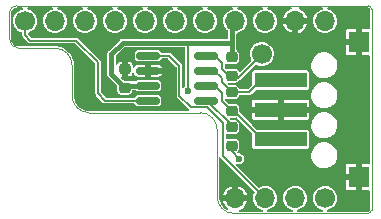
<source format=gtl>
G04 #@! TF.GenerationSoftware,KiCad,Pcbnew,6.0.0-d3dd2cf0fa~116~ubuntu20.04.1*
G04 #@! TF.CreationDate,2022-01-19T00:38:56+01:00*
G04 #@! TF.ProjectId,OtterPill-CAN,4f747465-7250-4696-9c6c-2d43414e2e6b,rev?*
G04 #@! TF.SameCoordinates,Original*
G04 #@! TF.FileFunction,Copper,L1,Top*
G04 #@! TF.FilePolarity,Positive*
%FSLAX46Y46*%
G04 Gerber Fmt 4.6, Leading zero omitted, Abs format (unit mm)*
G04 Created by KiCad (PCBNEW 6.0.0-d3dd2cf0fa~116~ubuntu20.04.1) date 2022-01-19 00:38:56*
%MOMM*%
%LPD*%
G01*
G04 APERTURE LIST*
G04 Aperture macros list*
%AMRoundRect*
0 Rectangle with rounded corners*
0 $1 Rounding radius*
0 $2 $3 $4 $5 $6 $7 $8 $9 X,Y pos of 4 corners*
0 Add a 4 corners polygon primitive as box body*
4,1,4,$2,$3,$4,$5,$6,$7,$8,$9,$2,$3,0*
0 Add four circle primitives for the rounded corners*
1,1,$1+$1,$2,$3*
1,1,$1+$1,$4,$5*
1,1,$1+$1,$6,$7*
1,1,$1+$1,$8,$9*
0 Add four rect primitives between the rounded corners*
20,1,$1+$1,$2,$3,$4,$5,0*
20,1,$1+$1,$4,$5,$6,$7,0*
20,1,$1+$1,$6,$7,$8,$9,0*
20,1,$1+$1,$8,$9,$2,$3,0*%
G04 Aperture macros list end*
G04 #@! TA.AperFunction,Profile*
%ADD10C,0.050000*%
G04 #@! TD*
G04 #@! TA.AperFunction,ComponentPad*
%ADD11C,1.700000*%
G04 #@! TD*
G04 #@! TA.AperFunction,ComponentPad*
%ADD12O,1.700000X1.700000*%
G04 #@! TD*
G04 #@! TA.AperFunction,SMDPad,CuDef*
%ADD13R,4.500000X1.300000*%
G04 #@! TD*
G04 #@! TA.AperFunction,SMDPad,CuDef*
%ADD14R,1.800000X1.800000*%
G04 #@! TD*
G04 #@! TA.AperFunction,SMDPad,CuDef*
%ADD15RoundRect,0.218750X0.256250X-0.218750X0.256250X0.218750X-0.256250X0.218750X-0.256250X-0.218750X0*%
G04 #@! TD*
G04 #@! TA.AperFunction,SMDPad,CuDef*
%ADD16RoundRect,0.218750X-0.256250X0.218750X-0.256250X-0.218750X0.256250X-0.218750X0.256250X0.218750X0*%
G04 #@! TD*
G04 #@! TA.AperFunction,SMDPad,CuDef*
%ADD17RoundRect,0.150000X-0.825000X-0.150000X0.825000X-0.150000X0.825000X0.150000X-0.825000X0.150000X0*%
G04 #@! TD*
G04 #@! TA.AperFunction,ViaPad*
%ADD18C,0.600000*%
G04 #@! TD*
G04 #@! TA.AperFunction,Conductor*
%ADD19C,0.400000*%
G04 #@! TD*
G04 #@! TA.AperFunction,Conductor*
%ADD20C,0.157000*%
G04 #@! TD*
G04 APERTURE END LIST*
D10*
X62900000Y-37400000D02*
G75*
G03*
X63200000Y-37100000I0J300000D01*
G01*
X63200000Y-20100000D02*
G75*
G03*
X62900000Y-19800000I-300000J0D01*
G01*
X33140000Y-19800000D02*
G75*
G03*
X32530000Y-20410000I0J-610000D01*
G01*
X33320000Y-23405246D02*
X36404426Y-23405246D01*
X32530000Y-22615246D02*
G75*
G03*
X33320000Y-23405246I790000J0D01*
G01*
X37834459Y-24835279D02*
G75*
G03*
X36404426Y-23405246I-1430033J0D01*
G01*
X37834459Y-27430000D02*
X37834459Y-24835279D01*
X50115574Y-35969966D02*
G75*
G03*
X51545608Y-37400000I1430034J0D01*
G01*
X37834459Y-27430000D02*
G75*
G03*
X39264493Y-28860034I1430034J0D01*
G01*
X48685540Y-28860000D02*
X39264493Y-28860034D01*
X50115574Y-30290034D02*
G75*
G03*
X48685540Y-28860000I-1430034J0D01*
G01*
X50115574Y-35969966D02*
X50115574Y-30290034D01*
X32530000Y-20410000D02*
X32530000Y-22615246D01*
X62900000Y-19800000D02*
X33140000Y-19800000D01*
X63200000Y-20100000D02*
X63200000Y-37100000D01*
X51545608Y-37400000D02*
X62900000Y-37400000D01*
D11*
X53900000Y-23900000D03*
X59260000Y-36100000D03*
D12*
X56720000Y-36100000D03*
X54180000Y-36100000D03*
X51640000Y-36100000D03*
D11*
X33860000Y-21100000D03*
D12*
X36400000Y-21100000D03*
X38940000Y-21100000D03*
X41480000Y-21100000D03*
X44020000Y-21100000D03*
X46560000Y-21100000D03*
X49100000Y-21100000D03*
X51640000Y-21100000D03*
X54180000Y-21100000D03*
X56720000Y-21100000D03*
X59260000Y-21100000D03*
D13*
X55490000Y-31100000D03*
X55490000Y-28600000D03*
D14*
X62090000Y-34300000D03*
X62090000Y-22900000D03*
D13*
X55490000Y-26100000D03*
D15*
X42300000Y-25172499D03*
X42300000Y-26747501D03*
D16*
X51350000Y-30072500D03*
X51350000Y-31647500D03*
D17*
X44265000Y-24035000D03*
X44265000Y-25305000D03*
X44265000Y-26575000D03*
X44265000Y-27845000D03*
X49215000Y-27845000D03*
X49215000Y-26575000D03*
X49215000Y-25305000D03*
X49215000Y-24035000D03*
D16*
X51350000Y-28687500D03*
X51350000Y-27112500D03*
X51350000Y-24155000D03*
X51350000Y-25730000D03*
D18*
X57610000Y-27350000D03*
X57620000Y-29850000D03*
X56590000Y-27350000D03*
X56560000Y-29870000D03*
X58280000Y-28610000D03*
X45910000Y-25330000D03*
X46020000Y-27880000D03*
X42350000Y-23850000D03*
X46920000Y-23920000D03*
X56230000Y-24620000D03*
X53720000Y-27330000D03*
X53710000Y-29840000D03*
X40110000Y-23460000D03*
X38050000Y-23590000D03*
X39920000Y-28090000D03*
X54310000Y-33110000D03*
X57660000Y-33420000D03*
X51970000Y-32770000D03*
X47650000Y-27070000D03*
D19*
X42472501Y-26575000D02*
X42300000Y-26747501D01*
X44265000Y-26575000D02*
X42472501Y-26575000D01*
X51640000Y-21100000D02*
X51400000Y-21340000D01*
X51400000Y-24105000D02*
X51350000Y-24155000D01*
X51400000Y-21340000D02*
X51400000Y-22960000D01*
X51400000Y-22960000D02*
X51400000Y-24105000D01*
X42140000Y-22960000D02*
X41170000Y-23930000D01*
X41170000Y-25617501D02*
X42300000Y-26747501D01*
X41170000Y-23930000D02*
X41170000Y-25617501D01*
D20*
X51350000Y-31647500D02*
X51350000Y-32150000D01*
X51350000Y-32150000D02*
X51970000Y-32770000D01*
X47650000Y-22960000D02*
X47650000Y-27070000D01*
D19*
X51400000Y-22960000D02*
X47650000Y-22960000D01*
X47650000Y-22960000D02*
X42140000Y-22960000D01*
D20*
X50540000Y-24620000D02*
X50540000Y-25130000D01*
X50540000Y-25130000D02*
X51350000Y-25940000D01*
X49215000Y-24035000D02*
X49955000Y-24035000D01*
X49955000Y-24035000D02*
X50540000Y-24620000D01*
X51860000Y-25940000D02*
X51350000Y-25940000D01*
X53900000Y-23900000D02*
X51860000Y-25940000D01*
X51737500Y-28897500D02*
X53940000Y-31100000D01*
X53940000Y-31100000D02*
X55490000Y-31100000D01*
X49915000Y-26575000D02*
X50540000Y-27200000D01*
X50540000Y-27910000D02*
X51527500Y-28897500D01*
X49215000Y-26575000D02*
X49915000Y-26575000D01*
X50540000Y-27200000D02*
X50540000Y-27910000D01*
X51527500Y-28897500D02*
X51737500Y-28897500D01*
X53870000Y-26100000D02*
X55490000Y-26100000D01*
X52850000Y-27120000D02*
X53870000Y-26100000D01*
X49895000Y-25305000D02*
X50530000Y-25940000D01*
X50530000Y-25940000D02*
X50530000Y-26270000D01*
X51380000Y-27120000D02*
X52850000Y-27120000D01*
X49215000Y-25305000D02*
X49895000Y-25305000D01*
X50530000Y-26270000D02*
X51380000Y-27120000D01*
X46930000Y-27430000D02*
X46930000Y-24890000D01*
X46075000Y-24035000D02*
X44265000Y-24035000D01*
X50620000Y-32540000D02*
X50620000Y-29740000D01*
X50620000Y-29740000D02*
X49270000Y-28390000D01*
X49270000Y-28390000D02*
X47890000Y-28390000D01*
X47890000Y-28390000D02*
X46930000Y-27430000D01*
X46930000Y-24890000D02*
X46075000Y-24035000D01*
X54180000Y-36100000D02*
X50620000Y-32540000D01*
X33860000Y-22302081D02*
X34317919Y-22760000D01*
X33860000Y-21100000D02*
X33860000Y-22302081D01*
X34317919Y-22760000D02*
X38190000Y-22760000D01*
X38190000Y-22760000D02*
X40040000Y-24610000D01*
X40040000Y-24610000D02*
X40040000Y-27220000D01*
X40665000Y-27845000D02*
X44265000Y-27845000D01*
X40040000Y-27220000D02*
X40665000Y-27845000D01*
X51350000Y-29920000D02*
X51350000Y-30282500D01*
X49215000Y-27845000D02*
X49275000Y-27845000D01*
X49275000Y-27845000D02*
X51350000Y-29920000D01*
G04 #@! TA.AperFunction,Conductor*
G36*
X54007056Y-19975132D02*
G01*
X54033563Y-20021042D01*
X54024357Y-20073250D01*
X53979121Y-20108847D01*
X53904290Y-20130871D01*
X53800758Y-20161342D01*
X53625661Y-20252881D01*
X53622710Y-20255254D01*
X53622708Y-20255255D01*
X53563486Y-20302871D01*
X53471678Y-20376686D01*
X53469243Y-20379588D01*
X53469242Y-20379589D01*
X53351859Y-20519482D01*
X53344676Y-20528042D01*
X53342853Y-20531358D01*
X53342851Y-20531361D01*
X53278641Y-20648158D01*
X53249490Y-20701183D01*
X53189748Y-20889515D01*
X53167724Y-21085865D01*
X53184257Y-21282753D01*
X53238718Y-21472680D01*
X53260499Y-21515061D01*
X53327298Y-21645041D01*
X53327301Y-21645045D01*
X53329031Y-21648412D01*
X53451758Y-21803255D01*
X53454645Y-21805712D01*
X53454647Y-21805714D01*
X53525945Y-21866393D01*
X53602224Y-21931311D01*
X53774697Y-22027703D01*
X53778300Y-22028874D01*
X53778303Y-22028875D01*
X53819157Y-22042149D01*
X53962607Y-22088759D01*
X53966363Y-22089207D01*
X53966368Y-22089208D01*
X54072538Y-22101867D01*
X54158798Y-22112153D01*
X54257298Y-22104574D01*
X54352021Y-22097286D01*
X54352026Y-22097285D01*
X54355797Y-22096995D01*
X54459609Y-22068010D01*
X54542444Y-22044882D01*
X54542446Y-22044881D01*
X54546100Y-22043861D01*
X54722458Y-21954776D01*
X54878154Y-21833133D01*
X55007257Y-21683566D01*
X55104851Y-21511770D01*
X55113838Y-21484755D01*
X55155534Y-21359411D01*
X55702744Y-21359411D01*
X55702905Y-21362488D01*
X55737965Y-21484755D01*
X55740744Y-21491774D01*
X55831401Y-21668174D01*
X55835490Y-21674518D01*
X55958682Y-21829948D01*
X55963927Y-21835380D01*
X56114963Y-21963921D01*
X56121162Y-21968229D01*
X56294284Y-22064984D01*
X56301209Y-22068010D01*
X56453003Y-22117330D01*
X56464138Y-22116941D01*
X56464963Y-22116198D01*
X56466000Y-22112038D01*
X56466000Y-22105622D01*
X56974000Y-22105622D01*
X56977811Y-22116092D01*
X56979539Y-22117089D01*
X56982371Y-22116951D01*
X57097887Y-22084698D01*
X57104932Y-22081965D01*
X57281956Y-21992544D01*
X57288327Y-21988501D01*
X57444618Y-21866393D01*
X57450082Y-21861190D01*
X57579677Y-21711053D01*
X57584027Y-21704887D01*
X57681993Y-21532433D01*
X57685059Y-21525548D01*
X57737812Y-21366967D01*
X57737501Y-21355831D01*
X57736861Y-21355110D01*
X57732474Y-21354000D01*
X56987666Y-21354000D01*
X56977196Y-21357811D01*
X56974000Y-21363347D01*
X56974000Y-22105622D01*
X56466000Y-22105622D01*
X56466000Y-21367666D01*
X56462189Y-21357196D01*
X56456653Y-21354000D01*
X55714137Y-21354000D01*
X55703667Y-21357811D01*
X55702744Y-21359411D01*
X55155534Y-21359411D01*
X55166022Y-21327883D01*
X55166022Y-21327881D01*
X55167217Y-21324290D01*
X55172005Y-21286393D01*
X55178059Y-21238463D01*
X55191980Y-21128267D01*
X55192375Y-21100000D01*
X55173094Y-20903362D01*
X55115987Y-20714214D01*
X55023229Y-20539760D01*
X54906096Y-20396141D01*
X54900750Y-20389586D01*
X54900749Y-20389585D01*
X54898352Y-20386646D01*
X54895434Y-20384232D01*
X54895430Y-20384228D01*
X54749037Y-20263122D01*
X54746113Y-20260703D01*
X54572311Y-20166729D01*
X54551449Y-20160271D01*
X54405401Y-20115062D01*
X54384312Y-20108534D01*
X54342085Y-20076483D01*
X54330340Y-20024787D01*
X54354572Y-19977636D01*
X54407229Y-19957000D01*
X56346705Y-19957000D01*
X56396521Y-19975132D01*
X56423028Y-20021042D01*
X56413822Y-20073250D01*
X56368586Y-20108847D01*
X56328397Y-20120675D01*
X56321402Y-20123502D01*
X56145630Y-20215393D01*
X56139328Y-20219516D01*
X55984748Y-20343802D01*
X55979364Y-20349075D01*
X55851875Y-20501010D01*
X55847613Y-20507233D01*
X55752065Y-20681036D01*
X55749091Y-20687976D01*
X55703094Y-20832974D01*
X55703561Y-20844105D01*
X55704410Y-20845035D01*
X55708340Y-20846000D01*
X57726507Y-20846000D01*
X57736977Y-20842189D01*
X57737753Y-20840846D01*
X57737541Y-20837282D01*
X57696568Y-20701572D01*
X57693689Y-20694589D01*
X57600583Y-20519482D01*
X57596397Y-20513182D01*
X57471053Y-20359494D01*
X57465733Y-20354136D01*
X57312918Y-20227717D01*
X57306657Y-20223494D01*
X57132189Y-20129160D01*
X57125242Y-20126240D01*
X57068043Y-20108534D01*
X57025816Y-20076482D01*
X57014071Y-20024787D01*
X57038303Y-19977636D01*
X57090960Y-19957000D01*
X59037240Y-19957000D01*
X59087056Y-19975132D01*
X59113563Y-20021042D01*
X59104357Y-20073250D01*
X59059121Y-20108847D01*
X58984290Y-20130871D01*
X58880758Y-20161342D01*
X58705661Y-20252881D01*
X58702710Y-20255254D01*
X58702708Y-20255255D01*
X58643486Y-20302871D01*
X58551678Y-20376686D01*
X58549243Y-20379588D01*
X58549242Y-20379589D01*
X58431859Y-20519482D01*
X58424676Y-20528042D01*
X58422853Y-20531358D01*
X58422851Y-20531361D01*
X58358641Y-20648158D01*
X58329490Y-20701183D01*
X58269748Y-20889515D01*
X58247724Y-21085865D01*
X58264257Y-21282753D01*
X58318718Y-21472680D01*
X58340499Y-21515061D01*
X58407298Y-21645041D01*
X58407301Y-21645045D01*
X58409031Y-21648412D01*
X58531758Y-21803255D01*
X58534645Y-21805712D01*
X58534647Y-21805714D01*
X58605945Y-21866393D01*
X58682224Y-21931311D01*
X58854697Y-22027703D01*
X58858300Y-22028874D01*
X58858303Y-22028875D01*
X58899157Y-22042149D01*
X59042607Y-22088759D01*
X59046363Y-22089207D01*
X59046368Y-22089208D01*
X59152538Y-22101867D01*
X59238798Y-22112153D01*
X59337298Y-22104574D01*
X59432021Y-22097286D01*
X59432026Y-22097285D01*
X59435797Y-22096995D01*
X59539609Y-22068010D01*
X59622444Y-22044882D01*
X59622446Y-22044881D01*
X59626100Y-22043861D01*
X59802458Y-21954776D01*
X59958154Y-21833133D01*
X60087257Y-21683566D01*
X60184851Y-21511770D01*
X60193838Y-21484755D01*
X60246022Y-21327883D01*
X60246022Y-21327881D01*
X60247217Y-21324290D01*
X60252005Y-21286393D01*
X60258059Y-21238463D01*
X60271980Y-21128267D01*
X60272375Y-21100000D01*
X60253094Y-20903362D01*
X60195987Y-20714214D01*
X60103229Y-20539760D01*
X59986096Y-20396141D01*
X59980750Y-20389586D01*
X59980749Y-20389585D01*
X59978352Y-20386646D01*
X59975434Y-20384232D01*
X59975430Y-20384228D01*
X59829037Y-20263122D01*
X59826113Y-20260703D01*
X59652311Y-20166729D01*
X59631449Y-20160271D01*
X59485401Y-20115062D01*
X59464312Y-20108534D01*
X59422085Y-20076483D01*
X59410340Y-20024787D01*
X59434572Y-19977636D01*
X59487229Y-19957000D01*
X62869129Y-19957000D01*
X62889187Y-19959641D01*
X62890141Y-19959897D01*
X62890144Y-19959897D01*
X62900000Y-19962538D01*
X62909070Y-19960107D01*
X62922052Y-19961386D01*
X62939608Y-19964879D01*
X62967541Y-19976450D01*
X62988298Y-19990319D01*
X63009681Y-20011702D01*
X63023550Y-20032459D01*
X63035121Y-20060392D01*
X63038614Y-20077948D01*
X63039893Y-20090930D01*
X63037462Y-20100000D01*
X63040103Y-20109856D01*
X63040103Y-20109859D01*
X63040359Y-20110813D01*
X63043000Y-20130871D01*
X63043000Y-21722500D01*
X63024868Y-21772316D01*
X62978958Y-21798823D01*
X62965500Y-21800000D01*
X62357666Y-21800000D01*
X62347196Y-21803811D01*
X62344000Y-21809347D01*
X62344000Y-23986334D01*
X62347811Y-23996804D01*
X62353347Y-24000000D01*
X62965500Y-24000000D01*
X63015316Y-24018132D01*
X63041823Y-24064042D01*
X63043000Y-24077500D01*
X63043000Y-33122500D01*
X63024868Y-33172316D01*
X62978958Y-33198823D01*
X62965500Y-33200000D01*
X62357666Y-33200000D01*
X62347196Y-33203811D01*
X62344000Y-33209347D01*
X62344000Y-35386334D01*
X62347811Y-35396804D01*
X62353347Y-35400000D01*
X62965500Y-35400000D01*
X63015316Y-35418132D01*
X63041823Y-35464042D01*
X63043000Y-35477500D01*
X63043000Y-37069129D01*
X63040359Y-37089187D01*
X63040103Y-37090141D01*
X63040103Y-37090144D01*
X63037462Y-37100000D01*
X63039893Y-37109070D01*
X63038614Y-37122052D01*
X63035121Y-37139608D01*
X63023550Y-37167541D01*
X63009681Y-37188298D01*
X62988298Y-37209681D01*
X62967541Y-37223550D01*
X62939608Y-37235121D01*
X62922052Y-37238614D01*
X62909070Y-37239893D01*
X62900000Y-37237462D01*
X62890144Y-37240103D01*
X62890141Y-37240103D01*
X62889187Y-37240359D01*
X62869129Y-37243000D01*
X59478629Y-37243000D01*
X59428813Y-37224868D01*
X59402306Y-37178958D01*
X59411512Y-37126750D01*
X59452122Y-37092674D01*
X59457788Y-37090855D01*
X59622444Y-37044882D01*
X59622446Y-37044881D01*
X59626100Y-37043861D01*
X59802458Y-36954776D01*
X59958154Y-36833133D01*
X60022706Y-36758349D01*
X60084780Y-36686436D01*
X60084781Y-36686434D01*
X60087257Y-36683566D01*
X60184851Y-36511770D01*
X60193838Y-36484755D01*
X60246022Y-36327883D01*
X60246022Y-36327881D01*
X60247217Y-36324290D01*
X60252005Y-36286393D01*
X60266820Y-36169113D01*
X60271980Y-36128267D01*
X60272375Y-36100000D01*
X60253094Y-35903362D01*
X60195987Y-35714214D01*
X60103229Y-35539760D01*
X59978352Y-35386646D01*
X59975434Y-35384232D01*
X59975430Y-35384228D01*
X59829037Y-35263122D01*
X59826113Y-35260703D01*
X59743231Y-35215889D01*
X60990000Y-35215889D01*
X60990743Y-35223433D01*
X61000115Y-35270550D01*
X61005844Y-35284382D01*
X61041567Y-35337845D01*
X61052155Y-35348433D01*
X61105618Y-35384156D01*
X61119450Y-35389885D01*
X61166567Y-35399257D01*
X61174111Y-35400000D01*
X61822334Y-35400000D01*
X61832804Y-35396189D01*
X61836000Y-35390653D01*
X61836000Y-34567666D01*
X61832189Y-34557196D01*
X61826653Y-34554000D01*
X61003666Y-34554000D01*
X60993196Y-34557811D01*
X60990000Y-34563347D01*
X60990000Y-35215889D01*
X59743231Y-35215889D01*
X59652311Y-35166729D01*
X59640584Y-35163099D01*
X59467185Y-35109423D01*
X59467182Y-35109422D01*
X59463566Y-35108303D01*
X59414987Y-35103197D01*
X59270840Y-35088046D01*
X59270835Y-35088046D01*
X59267068Y-35087650D01*
X59070300Y-35105557D01*
X58880758Y-35161342D01*
X58705661Y-35252881D01*
X58702710Y-35255254D01*
X58702708Y-35255255D01*
X58683685Y-35270550D01*
X58551678Y-35376686D01*
X58549243Y-35379588D01*
X58549242Y-35379589D01*
X58431859Y-35519482D01*
X58424676Y-35528042D01*
X58422853Y-35531358D01*
X58422851Y-35531361D01*
X58358641Y-35648158D01*
X58329490Y-35701183D01*
X58269748Y-35889515D01*
X58247724Y-36085865D01*
X58264257Y-36282753D01*
X58318718Y-36472680D01*
X58340499Y-36515061D01*
X58407298Y-36645041D01*
X58407301Y-36645045D01*
X58409031Y-36648412D01*
X58531758Y-36803255D01*
X58534645Y-36805712D01*
X58534647Y-36805714D01*
X58569505Y-36835380D01*
X58682224Y-36931311D01*
X58854697Y-37027703D01*
X58858300Y-37028874D01*
X58858303Y-37028875D01*
X59039006Y-37087589D01*
X59042607Y-37088759D01*
X59046367Y-37089207D01*
X59049099Y-37089808D01*
X59093860Y-37118213D01*
X59109890Y-37168745D01*
X59089689Y-37217758D01*
X59042709Y-37242319D01*
X59032458Y-37243000D01*
X56938629Y-37243000D01*
X56888813Y-37224868D01*
X56862306Y-37178958D01*
X56871512Y-37126750D01*
X56912122Y-37092674D01*
X56917788Y-37090855D01*
X57082444Y-37044882D01*
X57082446Y-37044881D01*
X57086100Y-37043861D01*
X57262458Y-36954776D01*
X57418154Y-36833133D01*
X57482706Y-36758349D01*
X57544780Y-36686436D01*
X57544781Y-36686434D01*
X57547257Y-36683566D01*
X57644851Y-36511770D01*
X57653838Y-36484755D01*
X57706022Y-36327883D01*
X57706022Y-36327881D01*
X57707217Y-36324290D01*
X57712005Y-36286393D01*
X57726820Y-36169113D01*
X57731980Y-36128267D01*
X57732375Y-36100000D01*
X57713094Y-35903362D01*
X57655987Y-35714214D01*
X57563229Y-35539760D01*
X57438352Y-35386646D01*
X57435434Y-35384232D01*
X57435430Y-35384228D01*
X57289037Y-35263122D01*
X57286113Y-35260703D01*
X57112311Y-35166729D01*
X57100584Y-35163099D01*
X56927185Y-35109423D01*
X56927182Y-35109422D01*
X56923566Y-35108303D01*
X56874987Y-35103197D01*
X56730840Y-35088046D01*
X56730835Y-35088046D01*
X56727068Y-35087650D01*
X56530300Y-35105557D01*
X56340758Y-35161342D01*
X56165661Y-35252881D01*
X56162710Y-35255254D01*
X56162708Y-35255255D01*
X56143685Y-35270550D01*
X56011678Y-35376686D01*
X56009243Y-35379588D01*
X56009242Y-35379589D01*
X55891859Y-35519482D01*
X55884676Y-35528042D01*
X55882853Y-35531358D01*
X55882851Y-35531361D01*
X55818641Y-35648158D01*
X55789490Y-35701183D01*
X55729748Y-35889515D01*
X55707724Y-36085865D01*
X55724257Y-36282753D01*
X55778718Y-36472680D01*
X55800499Y-36515061D01*
X55867298Y-36645041D01*
X55867301Y-36645045D01*
X55869031Y-36648412D01*
X55991758Y-36803255D01*
X55994645Y-36805712D01*
X55994647Y-36805714D01*
X56029505Y-36835380D01*
X56142224Y-36931311D01*
X56314697Y-37027703D01*
X56318300Y-37028874D01*
X56318303Y-37028875D01*
X56499006Y-37087589D01*
X56502607Y-37088759D01*
X56506367Y-37089207D01*
X56509099Y-37089808D01*
X56553860Y-37118213D01*
X56569890Y-37168745D01*
X56549689Y-37217758D01*
X56502709Y-37242319D01*
X56492458Y-37243000D01*
X54398629Y-37243000D01*
X54348813Y-37224868D01*
X54322306Y-37178958D01*
X54331512Y-37126750D01*
X54372122Y-37092674D01*
X54377788Y-37090855D01*
X54542444Y-37044882D01*
X54542446Y-37044881D01*
X54546100Y-37043861D01*
X54722458Y-36954776D01*
X54878154Y-36833133D01*
X54942706Y-36758349D01*
X55004780Y-36686436D01*
X55004781Y-36686434D01*
X55007257Y-36683566D01*
X55104851Y-36511770D01*
X55113838Y-36484755D01*
X55166022Y-36327883D01*
X55166022Y-36327881D01*
X55167217Y-36324290D01*
X55172005Y-36286393D01*
X55186820Y-36169113D01*
X55191980Y-36128267D01*
X55192375Y-36100000D01*
X55173094Y-35903362D01*
X55115987Y-35714214D01*
X55023229Y-35539760D01*
X54898352Y-35386646D01*
X54895434Y-35384232D01*
X54895430Y-35384228D01*
X54749037Y-35263122D01*
X54746113Y-35260703D01*
X54572311Y-35166729D01*
X54560584Y-35163099D01*
X54387185Y-35109423D01*
X54387182Y-35109422D01*
X54383566Y-35108303D01*
X54334987Y-35103197D01*
X54190840Y-35088046D01*
X54190835Y-35088046D01*
X54187068Y-35087650D01*
X53990300Y-35105557D01*
X53800758Y-35161342D01*
X53797400Y-35163098D01*
X53797394Y-35163100D01*
X53703019Y-35212438D01*
X53650472Y-35219449D01*
X53612313Y-35198558D01*
X52446089Y-34032334D01*
X60990000Y-34032334D01*
X60993811Y-34042804D01*
X60999347Y-34046000D01*
X61822334Y-34046000D01*
X61832804Y-34042189D01*
X61836000Y-34036653D01*
X61836000Y-33213666D01*
X61832189Y-33203196D01*
X61826653Y-33200000D01*
X61174111Y-33200000D01*
X61166567Y-33200743D01*
X61119450Y-33210115D01*
X61105618Y-33215844D01*
X61052155Y-33251567D01*
X61041567Y-33262155D01*
X61005844Y-33315618D01*
X61000115Y-33329450D01*
X60990743Y-33376567D01*
X60990000Y-33384111D01*
X60990000Y-34032334D01*
X52446089Y-34032334D01*
X51746342Y-33332587D01*
X51723938Y-33284541D01*
X51737659Y-33233334D01*
X51781085Y-33202927D01*
X51824254Y-33203812D01*
X51844429Y-33210115D01*
X51896102Y-33226259D01*
X51953462Y-33227311D01*
X52021607Y-33228560D01*
X52021609Y-33228560D01*
X52027129Y-33228661D01*
X52153564Y-33194191D01*
X52265242Y-33125620D01*
X52277597Y-33111971D01*
X52349480Y-33032555D01*
X52353185Y-33028462D01*
X52410325Y-32910526D01*
X52432067Y-32781293D01*
X52432205Y-32770000D01*
X52431397Y-32764353D01*
X52414410Y-32645740D01*
X52414410Y-32645739D01*
X52413627Y-32640274D01*
X52409089Y-32630292D01*
X52365231Y-32533832D01*
X52359386Y-32520977D01*
X52273842Y-32421699D01*
X52265043Y-32415996D01*
X58095814Y-32415996D01*
X58098359Y-32470977D01*
X58100906Y-32526005D01*
X58105523Y-32625767D01*
X58154724Y-32829918D01*
X58241640Y-33021081D01*
X58363137Y-33192360D01*
X58365796Y-33194906D01*
X58365800Y-33194910D01*
X58491894Y-33315618D01*
X58514831Y-33337575D01*
X58517927Y-33339574D01*
X58517932Y-33339578D01*
X58688148Y-33449485D01*
X58688151Y-33449486D01*
X58691246Y-33451485D01*
X58886019Y-33529981D01*
X59092122Y-33570230D01*
X59094911Y-33570366D01*
X59094916Y-33570367D01*
X59095919Y-33570416D01*
X59097643Y-33570500D01*
X59252469Y-33570500D01*
X59254298Y-33570325D01*
X59254308Y-33570325D01*
X59405381Y-33555911D01*
X59405384Y-33555910D01*
X59409046Y-33555561D01*
X59610549Y-33496447D01*
X59654336Y-33473895D01*
X59793959Y-33401985D01*
X59793964Y-33401982D01*
X59797239Y-33400295D01*
X59944601Y-33284541D01*
X59959477Y-33272856D01*
X59959480Y-33272853D01*
X59962379Y-33270576D01*
X60088166Y-33125620D01*
X60097592Y-33114758D01*
X60097594Y-33114755D01*
X60100010Y-33111971D01*
X60154536Y-33017719D01*
X60203318Y-32933396D01*
X60203319Y-32933393D01*
X60205166Y-32930201D01*
X60257914Y-32778302D01*
X60272843Y-32735311D01*
X60272843Y-32735309D01*
X60274053Y-32731826D01*
X60279574Y-32693749D01*
X60303656Y-32527660D01*
X60303656Y-32527659D01*
X60304186Y-32524004D01*
X60295950Y-32346060D01*
X60294648Y-32317917D01*
X60294647Y-32317912D01*
X60294477Y-32314233D01*
X60245276Y-32110082D01*
X60158360Y-31918919D01*
X60036863Y-31747640D01*
X60034204Y-31745094D01*
X60034200Y-31745090D01*
X59887836Y-31604978D01*
X59887835Y-31604978D01*
X59885169Y-31602425D01*
X59882073Y-31600426D01*
X59882068Y-31600422D01*
X59711852Y-31490515D01*
X59711849Y-31490514D01*
X59708754Y-31488515D01*
X59513981Y-31410019D01*
X59307878Y-31369770D01*
X59305089Y-31369634D01*
X59305084Y-31369633D01*
X59304081Y-31369584D01*
X59302357Y-31369500D01*
X59147531Y-31369500D01*
X59145702Y-31369675D01*
X59145692Y-31369675D01*
X58994619Y-31384089D01*
X58994616Y-31384090D01*
X58990954Y-31384439D01*
X58789451Y-31443553D01*
X58786172Y-31445242D01*
X58606041Y-31538015D01*
X58606036Y-31538018D01*
X58602761Y-31539705D01*
X58525465Y-31600422D01*
X58440523Y-31667144D01*
X58440520Y-31667147D01*
X58437621Y-31669424D01*
X58435203Y-31672211D01*
X58308864Y-31817803D01*
X58299990Y-31828029D01*
X58298141Y-31831224D01*
X58298141Y-31831225D01*
X58211709Y-31980630D01*
X58194834Y-32009799D01*
X58125947Y-32208174D01*
X58125418Y-32211821D01*
X58125418Y-32211822D01*
X58107794Y-32333375D01*
X58095814Y-32415996D01*
X52265043Y-32415996D01*
X52163873Y-32350421D01*
X52038318Y-32312872D01*
X52032799Y-32312838D01*
X52032797Y-32312838D01*
X51971315Y-32312462D01*
X51907272Y-32312071D01*
X51901958Y-32313590D01*
X51896496Y-32314338D01*
X51896271Y-32312699D01*
X51850445Y-32309449D01*
X51827236Y-32293481D01*
X51823320Y-32289565D01*
X51800916Y-32241519D01*
X51814637Y-32190312D01*
X51828349Y-32176456D01*
X51828303Y-32176410D01*
X51890938Y-32113665D01*
X51916797Y-32087761D01*
X51971805Y-31975227D01*
X51979529Y-31922281D01*
X51982094Y-31904700D01*
X51982094Y-31904696D01*
X51982500Y-31901915D01*
X51982499Y-31393086D01*
X51971614Y-31319135D01*
X51916410Y-31206697D01*
X51827761Y-31118203D01*
X51715227Y-31063195D01*
X51686840Y-31059054D01*
X51644700Y-31052906D01*
X51644696Y-31052906D01*
X51641915Y-31052500D01*
X51350828Y-31052500D01*
X51058086Y-31052501D01*
X50984135Y-31063386D01*
X50967655Y-31071477D01*
X50914949Y-31077157D01*
X50870921Y-31047628D01*
X50856000Y-31001910D01*
X50856000Y-30718005D01*
X50874132Y-30668189D01*
X50920042Y-30641682D01*
X50967535Y-30648379D01*
X50984773Y-30656805D01*
X51013160Y-30660946D01*
X51055300Y-30667094D01*
X51055304Y-30667094D01*
X51058085Y-30667500D01*
X51349172Y-30667500D01*
X51641914Y-30667499D01*
X51715865Y-30656614D01*
X51721275Y-30653958D01*
X51822554Y-30604233D01*
X51822556Y-30604232D01*
X51828303Y-30601410D01*
X51916797Y-30512761D01*
X51955059Y-30434486D01*
X51969164Y-30405630D01*
X51971805Y-30400227D01*
X51982500Y-30326915D01*
X51982499Y-29818086D01*
X51971614Y-29744135D01*
X51955880Y-29712088D01*
X51919233Y-29637446D01*
X51919232Y-29637444D01*
X51916410Y-29631697D01*
X51827761Y-29543203D01*
X51715227Y-29488195D01*
X51686840Y-29484054D01*
X51644700Y-29477906D01*
X51644696Y-29477906D01*
X51641915Y-29477500D01*
X51609635Y-29477500D01*
X51273358Y-29477501D01*
X51223542Y-29459370D01*
X51218557Y-29454802D01*
X51178556Y-29414801D01*
X51156152Y-29366755D01*
X51169873Y-29315548D01*
X51213299Y-29285141D01*
X51233357Y-29282500D01*
X51632640Y-29282499D01*
X51641914Y-29282499D01*
X51670267Y-29278326D01*
X51709910Y-29272491D01*
X51709913Y-29272490D01*
X51715865Y-29271614D01*
X51718906Y-29270121D01*
X51770672Y-29272596D01*
X51795517Y-29289272D01*
X53059801Y-30553555D01*
X53082205Y-30601601D01*
X53082500Y-30608356D01*
X53082500Y-31765514D01*
X53083243Y-31769249D01*
X53090148Y-31803966D01*
X53090149Y-31803969D01*
X53091638Y-31811454D01*
X53126449Y-31863551D01*
X53178546Y-31898362D01*
X53186031Y-31899851D01*
X53186034Y-31899852D01*
X53210409Y-31904700D01*
X53224486Y-31907500D01*
X57755514Y-31907500D01*
X57769591Y-31904700D01*
X57793966Y-31899852D01*
X57793969Y-31899851D01*
X57801454Y-31898362D01*
X57853551Y-31863551D01*
X57888362Y-31811454D01*
X57889851Y-31803969D01*
X57889852Y-31803966D01*
X57896757Y-31769249D01*
X57897500Y-31765514D01*
X57897500Y-30434486D01*
X57896026Y-30427076D01*
X57889852Y-30396034D01*
X57889851Y-30396031D01*
X57888362Y-30388546D01*
X57853551Y-30336449D01*
X57801454Y-30301638D01*
X57793969Y-30300149D01*
X57793966Y-30300148D01*
X57759249Y-30293243D01*
X57759250Y-30293243D01*
X57755514Y-30292500D01*
X53498357Y-30292500D01*
X53448541Y-30274368D01*
X53443556Y-30269801D01*
X53049751Y-29875996D01*
X58095814Y-29875996D01*
X58105523Y-30085767D01*
X58154724Y-30289918D01*
X58241640Y-30481081D01*
X58363137Y-30652360D01*
X58365796Y-30654906D01*
X58365800Y-30654910D01*
X58447224Y-30732856D01*
X58514831Y-30797575D01*
X58517927Y-30799574D01*
X58517932Y-30799578D01*
X58688148Y-30909485D01*
X58688151Y-30909486D01*
X58691246Y-30911485D01*
X58886019Y-30989981D01*
X59092122Y-31030230D01*
X59094911Y-31030366D01*
X59094916Y-31030367D01*
X59095919Y-31030416D01*
X59097643Y-31030500D01*
X59252469Y-31030500D01*
X59254298Y-31030325D01*
X59254308Y-31030325D01*
X59405381Y-31015911D01*
X59405384Y-31015910D01*
X59409046Y-31015561D01*
X59610549Y-30956447D01*
X59654336Y-30933895D01*
X59793959Y-30861985D01*
X59793964Y-30861982D01*
X59797239Y-30860295D01*
X59880335Y-30795022D01*
X59959477Y-30732856D01*
X59959480Y-30732853D01*
X59962379Y-30730576D01*
X60068437Y-30608356D01*
X60097592Y-30574758D01*
X60097594Y-30574755D01*
X60100010Y-30571971D01*
X60179547Y-30434486D01*
X60203318Y-30393396D01*
X60203319Y-30393393D01*
X60205166Y-30390201D01*
X60274053Y-30191826D01*
X60288689Y-30090887D01*
X60303656Y-29987660D01*
X60303656Y-29987659D01*
X60304186Y-29984004D01*
X60301559Y-29927244D01*
X60294648Y-29777917D01*
X60294647Y-29777912D01*
X60294477Y-29774233D01*
X60245276Y-29570082D01*
X60158360Y-29378919D01*
X60149732Y-29366755D01*
X60083533Y-29273433D01*
X60036863Y-29207640D01*
X60034204Y-29205094D01*
X60034200Y-29205090D01*
X59887836Y-29064978D01*
X59887835Y-29064978D01*
X59885169Y-29062425D01*
X59882073Y-29060426D01*
X59882068Y-29060422D01*
X59711852Y-28950515D01*
X59711849Y-28950514D01*
X59708754Y-28948515D01*
X59513981Y-28870019D01*
X59307878Y-28829770D01*
X59305089Y-28829634D01*
X59305084Y-28829633D01*
X59304081Y-28829584D01*
X59302357Y-28829500D01*
X59147531Y-28829500D01*
X59145702Y-28829675D01*
X59145692Y-28829675D01*
X58994619Y-28844089D01*
X58994616Y-28844090D01*
X58990954Y-28844439D01*
X58789451Y-28903553D01*
X58786172Y-28905242D01*
X58606041Y-28998015D01*
X58606036Y-28998018D01*
X58602761Y-28999705D01*
X58573650Y-29022572D01*
X58440523Y-29127144D01*
X58440520Y-29127147D01*
X58437621Y-29129424D01*
X58435203Y-29132211D01*
X58304788Y-29282500D01*
X58299990Y-29288029D01*
X58298141Y-29291224D01*
X58298141Y-29291225D01*
X58206718Y-29449257D01*
X58194834Y-29469799D01*
X58192019Y-29477906D01*
X58140185Y-29627174D01*
X58125947Y-29668174D01*
X58125418Y-29671821D01*
X58125418Y-29671822D01*
X58115718Y-29738725D01*
X58095814Y-29875996D01*
X53049751Y-29875996D01*
X52439644Y-29265889D01*
X53040000Y-29265889D01*
X53040743Y-29273433D01*
X53050115Y-29320550D01*
X53055844Y-29334382D01*
X53091567Y-29387845D01*
X53102155Y-29398433D01*
X53155618Y-29434156D01*
X53169450Y-29439885D01*
X53216567Y-29449257D01*
X53224111Y-29450000D01*
X55222334Y-29450000D01*
X55232804Y-29446189D01*
X55236000Y-29440653D01*
X55236000Y-29436334D01*
X55744000Y-29436334D01*
X55747811Y-29446804D01*
X55753347Y-29450000D01*
X57755889Y-29450000D01*
X57763433Y-29449257D01*
X57810550Y-29439885D01*
X57824382Y-29434156D01*
X57877845Y-29398433D01*
X57888433Y-29387845D01*
X57924156Y-29334382D01*
X57929885Y-29320550D01*
X57939257Y-29273433D01*
X57940000Y-29265889D01*
X57940000Y-28867666D01*
X57936189Y-28857196D01*
X57930653Y-28854000D01*
X55757666Y-28854000D01*
X55747196Y-28857811D01*
X55744000Y-28863347D01*
X55744000Y-29436334D01*
X55236000Y-29436334D01*
X55236000Y-28867666D01*
X55232189Y-28857196D01*
X55226653Y-28854000D01*
X53053666Y-28854000D01*
X53043196Y-28857811D01*
X53040000Y-28863347D01*
X53040000Y-29265889D01*
X52439644Y-29265889D01*
X52005199Y-28831444D01*
X51982795Y-28783398D01*
X51982500Y-28776643D01*
X51982499Y-28435915D01*
X51982499Y-28433086D01*
X51971614Y-28359135D01*
X51959338Y-28334132D01*
X51958455Y-28332334D01*
X53040000Y-28332334D01*
X53043811Y-28342804D01*
X53049347Y-28346000D01*
X55222334Y-28346000D01*
X55232804Y-28342189D01*
X55236000Y-28336653D01*
X55236000Y-28332334D01*
X55744000Y-28332334D01*
X55747811Y-28342804D01*
X55753347Y-28346000D01*
X57926334Y-28346000D01*
X57936804Y-28342189D01*
X57940000Y-28336653D01*
X57940000Y-27934111D01*
X57939257Y-27926567D01*
X57929885Y-27879450D01*
X57924156Y-27865618D01*
X57888433Y-27812155D01*
X57877845Y-27801567D01*
X57824382Y-27765844D01*
X57810550Y-27760115D01*
X57763433Y-27750743D01*
X57755889Y-27750000D01*
X55757666Y-27750000D01*
X55747196Y-27753811D01*
X55744000Y-27759347D01*
X55744000Y-28332334D01*
X55236000Y-28332334D01*
X55236000Y-27763666D01*
X55232189Y-27753196D01*
X55226653Y-27750000D01*
X53224111Y-27750000D01*
X53216567Y-27750743D01*
X53169450Y-27760115D01*
X53155618Y-27765844D01*
X53102155Y-27801567D01*
X53091567Y-27812155D01*
X53055844Y-27865618D01*
X53050115Y-27879450D01*
X53040743Y-27926567D01*
X53040000Y-27934111D01*
X53040000Y-28332334D01*
X51958455Y-28332334D01*
X51919233Y-28252446D01*
X51919232Y-28252444D01*
X51916410Y-28246697D01*
X51827761Y-28158203D01*
X51727829Y-28109355D01*
X51720630Y-28105836D01*
X51715227Y-28103195D01*
X51685402Y-28098844D01*
X51644700Y-28092906D01*
X51644696Y-28092906D01*
X51641915Y-28092500D01*
X51592276Y-28092500D01*
X51088358Y-28092501D01*
X51038542Y-28074370D01*
X51033557Y-28069802D01*
X50798699Y-27834944D01*
X50776295Y-27786898D01*
X50776000Y-27780143D01*
X50776000Y-27718900D01*
X50794132Y-27669084D01*
X50840042Y-27642577D01*
X50887532Y-27649273D01*
X50984773Y-27696805D01*
X51013160Y-27700946D01*
X51055300Y-27707094D01*
X51055304Y-27707094D01*
X51058085Y-27707500D01*
X51349172Y-27707500D01*
X51641914Y-27707499D01*
X51715865Y-27696614D01*
X51721275Y-27693958D01*
X51822554Y-27644233D01*
X51822556Y-27644232D01*
X51828303Y-27641410D01*
X51916797Y-27552761D01*
X51971805Y-27440227D01*
X51974419Y-27422310D01*
X51999553Y-27375634D01*
X52051107Y-27356000D01*
X52841799Y-27356000D01*
X52845855Y-27356106D01*
X52879609Y-27357875D01*
X52879610Y-27357875D01*
X52887743Y-27358301D01*
X52911539Y-27349167D01*
X52923199Y-27345713D01*
X52940169Y-27342106D01*
X52948134Y-27340413D01*
X52954214Y-27335996D01*
X58095814Y-27335996D01*
X58096424Y-27349167D01*
X58105040Y-27535323D01*
X58105523Y-27545767D01*
X58154724Y-27749918D01*
X58241640Y-27941081D01*
X58363137Y-28112360D01*
X58365796Y-28114906D01*
X58365800Y-28114910D01*
X58509473Y-28252446D01*
X58514831Y-28257575D01*
X58517927Y-28259574D01*
X58517932Y-28259578D01*
X58688148Y-28369485D01*
X58688151Y-28369486D01*
X58691246Y-28371485D01*
X58747917Y-28394324D01*
X58877635Y-28446602D01*
X58886019Y-28449981D01*
X59092122Y-28490230D01*
X59094911Y-28490366D01*
X59094916Y-28490367D01*
X59095919Y-28490416D01*
X59097643Y-28490500D01*
X59252469Y-28490500D01*
X59254298Y-28490325D01*
X59254308Y-28490325D01*
X59405381Y-28475911D01*
X59405384Y-28475910D01*
X59409046Y-28475561D01*
X59610549Y-28416447D01*
X59654336Y-28393895D01*
X59793959Y-28321985D01*
X59793964Y-28321982D01*
X59797239Y-28320295D01*
X59889195Y-28248063D01*
X59959477Y-28192856D01*
X59959480Y-28192853D01*
X59962379Y-28190576D01*
X60064205Y-28073233D01*
X60097592Y-28034758D01*
X60097594Y-28034755D01*
X60100010Y-28031971D01*
X60156623Y-27934111D01*
X60203318Y-27853396D01*
X60203319Y-27853393D01*
X60205166Y-27850201D01*
X60268060Y-27669084D01*
X60272843Y-27655311D01*
X60272843Y-27655309D01*
X60274053Y-27651826D01*
X60277789Y-27626057D01*
X60303656Y-27447660D01*
X60303656Y-27447659D01*
X60304186Y-27444004D01*
X60299797Y-27349167D01*
X60294648Y-27237917D01*
X60294647Y-27237912D01*
X60294477Y-27234233D01*
X60245276Y-27030082D01*
X60158360Y-26838919D01*
X60036863Y-26667640D01*
X60034204Y-26665094D01*
X60034200Y-26665090D01*
X59887836Y-26524978D01*
X59887835Y-26524978D01*
X59885169Y-26522425D01*
X59882073Y-26520426D01*
X59882068Y-26520422D01*
X59711852Y-26410515D01*
X59711849Y-26410514D01*
X59708754Y-26408515D01*
X59569771Y-26352503D01*
X59517408Y-26331400D01*
X59517407Y-26331400D01*
X59513981Y-26330019D01*
X59307878Y-26289770D01*
X59305089Y-26289634D01*
X59305084Y-26289633D01*
X59304081Y-26289584D01*
X59302357Y-26289500D01*
X59147531Y-26289500D01*
X59145702Y-26289675D01*
X59145692Y-26289675D01*
X58994619Y-26304089D01*
X58994616Y-26304090D01*
X58990954Y-26304439D01*
X58789451Y-26363553D01*
X58786172Y-26365242D01*
X58606041Y-26458015D01*
X58606036Y-26458018D01*
X58602761Y-26459705D01*
X58552265Y-26499370D01*
X58440523Y-26587144D01*
X58440520Y-26587147D01*
X58437621Y-26589424D01*
X58386446Y-26648398D01*
X58306225Y-26740844D01*
X58299990Y-26748029D01*
X58298141Y-26751224D01*
X58298141Y-26751225D01*
X58207564Y-26907795D01*
X58194834Y-26929799D01*
X58178074Y-26978063D01*
X58139154Y-27090143D01*
X58125947Y-27128174D01*
X58125418Y-27131821D01*
X58125418Y-27131822D01*
X58096422Y-27331806D01*
X58095814Y-27335996D01*
X52954214Y-27335996D01*
X52955323Y-27335190D01*
X52973105Y-27325535D01*
X52973804Y-27325267D01*
X52973806Y-27325266D01*
X52981407Y-27322348D01*
X52999435Y-27304320D01*
X53008682Y-27296422D01*
X53022711Y-27286229D01*
X53029300Y-27281442D01*
X53033743Y-27273747D01*
X53046057Y-27257698D01*
X53373556Y-26930199D01*
X53421602Y-26907795D01*
X53428357Y-26907500D01*
X57755514Y-26907500D01*
X57762924Y-26906026D01*
X57793966Y-26899852D01*
X57793969Y-26899851D01*
X57801454Y-26898362D01*
X57853551Y-26863551D01*
X57888362Y-26811454D01*
X57889851Y-26803969D01*
X57889852Y-26803966D01*
X57896757Y-26769249D01*
X57897500Y-26765514D01*
X57897500Y-25434486D01*
X57896026Y-25427076D01*
X57889852Y-25396034D01*
X57889851Y-25396031D01*
X57888362Y-25388546D01*
X57853551Y-25336449D01*
X57801454Y-25301638D01*
X57793969Y-25300149D01*
X57793966Y-25300148D01*
X57759249Y-25293243D01*
X57759250Y-25293243D01*
X57755514Y-25292500D01*
X53224486Y-25292500D01*
X53220750Y-25293243D01*
X53220751Y-25293243D01*
X53186034Y-25300148D01*
X53186031Y-25300149D01*
X53178546Y-25301638D01*
X53126449Y-25336449D01*
X53091638Y-25388546D01*
X53090149Y-25396031D01*
X53090148Y-25396034D01*
X53083974Y-25427076D01*
X53082500Y-25434486D01*
X53082500Y-26521643D01*
X53064368Y-26571459D01*
X53059801Y-26576444D01*
X52774944Y-26861301D01*
X52726898Y-26883705D01*
X52720143Y-26884000D01*
X52053241Y-26884000D01*
X52003425Y-26865868D01*
X51976567Y-26817785D01*
X51972492Y-26790096D01*
X51972491Y-26790092D01*
X51971614Y-26784135D01*
X51965010Y-26770684D01*
X51919233Y-26677446D01*
X51919232Y-26677444D01*
X51916410Y-26671697D01*
X51827761Y-26583203D01*
X51715227Y-26528195D01*
X51675675Y-26522425D01*
X51644700Y-26517906D01*
X51644696Y-26517906D01*
X51641915Y-26517500D01*
X51599161Y-26517500D01*
X51143357Y-26517501D01*
X51093541Y-26499370D01*
X51088556Y-26494802D01*
X51051055Y-26457301D01*
X51028651Y-26409255D01*
X51042372Y-26358048D01*
X51085798Y-26327641D01*
X51105856Y-26325000D01*
X51609273Y-26324999D01*
X51641914Y-26324999D01*
X51715865Y-26314114D01*
X51736284Y-26304089D01*
X51822554Y-26261733D01*
X51822556Y-26261732D01*
X51828303Y-26258910D01*
X51901897Y-26185187D01*
X51940633Y-26164134D01*
X51950165Y-26162108D01*
X51950170Y-26162106D01*
X51958134Y-26160413D01*
X51965323Y-26155190D01*
X51983105Y-26145535D01*
X51983804Y-26145267D01*
X51983806Y-26145266D01*
X51991407Y-26142348D01*
X52009435Y-26124320D01*
X52018682Y-26116422D01*
X52032711Y-26106229D01*
X52039300Y-26101442D01*
X52043743Y-26093747D01*
X52056057Y-26077698D01*
X53332239Y-24801516D01*
X53380285Y-24779112D01*
X53424848Y-24788666D01*
X53432781Y-24793099D01*
X53491384Y-24825852D01*
X53491389Y-24825854D01*
X53494697Y-24827703D01*
X53498300Y-24828874D01*
X53498303Y-24828875D01*
X53556429Y-24847761D01*
X53682607Y-24888759D01*
X53686363Y-24889207D01*
X53686368Y-24889208D01*
X53779503Y-24900313D01*
X53878798Y-24912153D01*
X53977298Y-24904574D01*
X54072021Y-24897286D01*
X54072026Y-24897285D01*
X54075797Y-24896995D01*
X54079447Y-24895976D01*
X54262444Y-24844882D01*
X54262446Y-24844881D01*
X54266100Y-24843861D01*
X54349929Y-24801516D01*
X54360857Y-24795996D01*
X58095814Y-24795996D01*
X58097336Y-24828875D01*
X58105263Y-25000143D01*
X58105523Y-25005767D01*
X58154724Y-25209918D01*
X58241640Y-25401081D01*
X58363137Y-25572360D01*
X58365796Y-25574906D01*
X58365800Y-25574910D01*
X58509280Y-25712261D01*
X58514831Y-25717575D01*
X58517927Y-25719574D01*
X58517932Y-25719578D01*
X58688148Y-25829485D01*
X58688151Y-25829486D01*
X58691246Y-25831485D01*
X58886019Y-25909981D01*
X59092122Y-25950230D01*
X59094911Y-25950366D01*
X59094916Y-25950367D01*
X59095919Y-25950416D01*
X59097643Y-25950500D01*
X59252469Y-25950500D01*
X59254298Y-25950325D01*
X59254308Y-25950325D01*
X59405381Y-25935911D01*
X59405384Y-25935910D01*
X59409046Y-25935561D01*
X59610549Y-25876447D01*
X59680156Y-25840597D01*
X59793959Y-25781985D01*
X59793964Y-25781982D01*
X59797239Y-25780295D01*
X59940331Y-25667895D01*
X59959477Y-25652856D01*
X59959480Y-25652853D01*
X59962379Y-25650576D01*
X60071020Y-25525379D01*
X60097592Y-25494758D01*
X60097594Y-25494755D01*
X60100010Y-25491971D01*
X60133266Y-25434486D01*
X60203318Y-25313396D01*
X60203319Y-25313393D01*
X60205166Y-25310201D01*
X60259904Y-25152572D01*
X60272843Y-25115311D01*
X60272843Y-25115309D01*
X60274053Y-25111826D01*
X60288367Y-25013102D01*
X60303656Y-24907660D01*
X60303656Y-24907659D01*
X60304186Y-24904004D01*
X60300690Y-24828461D01*
X60294648Y-24697917D01*
X60294647Y-24697912D01*
X60294477Y-24694233D01*
X60245276Y-24490082D01*
X60158360Y-24298919D01*
X60036863Y-24127640D01*
X60034204Y-24125094D01*
X60034200Y-24125090D01*
X59887836Y-23984978D01*
X59887835Y-23984978D01*
X59885169Y-23982425D01*
X59882073Y-23980426D01*
X59882068Y-23980422D01*
X59711852Y-23870515D01*
X59711849Y-23870514D01*
X59708754Y-23868515D01*
X59578173Y-23815889D01*
X60990000Y-23815889D01*
X60990743Y-23823433D01*
X61000115Y-23870550D01*
X61005844Y-23884382D01*
X61041567Y-23937845D01*
X61052155Y-23948433D01*
X61105618Y-23984156D01*
X61119450Y-23989885D01*
X61166567Y-23999257D01*
X61174111Y-24000000D01*
X61822334Y-24000000D01*
X61832804Y-23996189D01*
X61836000Y-23990653D01*
X61836000Y-23167666D01*
X61832189Y-23157196D01*
X61826653Y-23154000D01*
X61003666Y-23154000D01*
X60993196Y-23157811D01*
X60990000Y-23163347D01*
X60990000Y-23815889D01*
X59578173Y-23815889D01*
X59559496Y-23808362D01*
X59517408Y-23791400D01*
X59517407Y-23791400D01*
X59513981Y-23790019D01*
X59307878Y-23749770D01*
X59305089Y-23749634D01*
X59305084Y-23749633D01*
X59304081Y-23749584D01*
X59302357Y-23749500D01*
X59147531Y-23749500D01*
X59145702Y-23749675D01*
X59145692Y-23749675D01*
X58994619Y-23764089D01*
X58994616Y-23764090D01*
X58990954Y-23764439D01*
X58789451Y-23823553D01*
X58778023Y-23829439D01*
X58606041Y-23918015D01*
X58606036Y-23918018D01*
X58602761Y-23919705D01*
X58583151Y-23935109D01*
X58440523Y-24047144D01*
X58440520Y-24047147D01*
X58437621Y-24049424D01*
X58372655Y-24124290D01*
X58331353Y-24171887D01*
X58299990Y-24208029D01*
X58298141Y-24211224D01*
X58298141Y-24211225D01*
X58208140Y-24366799D01*
X58194834Y-24389799D01*
X58165999Y-24472835D01*
X58141167Y-24544346D01*
X58125947Y-24588174D01*
X58125418Y-24591821D01*
X58125418Y-24591822D01*
X58100458Y-24763970D01*
X58095814Y-24795996D01*
X54360857Y-24795996D01*
X54439073Y-24756486D01*
X54439074Y-24756485D01*
X54442458Y-24754776D01*
X54598154Y-24633133D01*
X54681306Y-24536801D01*
X54724780Y-24486436D01*
X54724781Y-24486434D01*
X54727257Y-24483566D01*
X54824851Y-24311770D01*
X54830127Y-24295909D01*
X54886022Y-24127883D01*
X54886022Y-24127881D01*
X54887217Y-24124290D01*
X54888209Y-24116444D01*
X54903322Y-23996804D01*
X54911980Y-23928267D01*
X54912212Y-23911659D01*
X54912345Y-23902168D01*
X54912345Y-23902163D01*
X54912375Y-23900000D01*
X54912160Y-23897800D01*
X54897957Y-23752961D01*
X54893094Y-23703362D01*
X54835987Y-23514214D01*
X54743229Y-23339760D01*
X54618352Y-23186646D01*
X54615434Y-23184232D01*
X54615430Y-23184228D01*
X54469037Y-23063122D01*
X54466113Y-23060703D01*
X54292311Y-22966729D01*
X54280584Y-22963099D01*
X54107185Y-22909423D01*
X54107182Y-22909422D01*
X54103566Y-22908303D01*
X54054987Y-22903197D01*
X53910840Y-22888046D01*
X53910835Y-22888046D01*
X53907068Y-22887650D01*
X53710300Y-22905557D01*
X53520758Y-22961342D01*
X53345661Y-23052881D01*
X53342710Y-23055254D01*
X53342708Y-23055255D01*
X53298805Y-23090554D01*
X53191678Y-23176686D01*
X53189243Y-23179588D01*
X53189242Y-23179589D01*
X53120952Y-23260975D01*
X53064676Y-23328042D01*
X53062853Y-23331358D01*
X53062851Y-23331361D01*
X53056199Y-23343461D01*
X52969490Y-23501183D01*
X52909748Y-23689515D01*
X52887724Y-23885865D01*
X52904257Y-24082753D01*
X52958718Y-24272680D01*
X53012609Y-24377541D01*
X53019253Y-24430135D01*
X52998480Y-24467766D01*
X52078853Y-25387392D01*
X52030807Y-25409796D01*
X51979600Y-25396075D01*
X51954485Y-25366747D01*
X51919233Y-25294946D01*
X51919232Y-25294944D01*
X51916410Y-25289197D01*
X51827761Y-25200703D01*
X51715227Y-25145695D01*
X51686840Y-25141554D01*
X51644700Y-25135406D01*
X51644696Y-25135406D01*
X51641915Y-25135000D01*
X51350828Y-25135000D01*
X51058086Y-25135001D01*
X50984135Y-25145886D01*
X50970517Y-25152572D01*
X50917812Y-25158252D01*
X50881561Y-25137806D01*
X50798699Y-25054944D01*
X50776295Y-25006898D01*
X50776000Y-25000143D01*
X50776000Y-24761400D01*
X50794132Y-24711584D01*
X50840042Y-24685077D01*
X50887532Y-24691773D01*
X50984773Y-24739305D01*
X51010801Y-24743102D01*
X51055300Y-24749594D01*
X51055304Y-24749594D01*
X51058085Y-24750000D01*
X51349172Y-24750000D01*
X51641914Y-24749999D01*
X51715865Y-24739114D01*
X51731736Y-24731322D01*
X51822554Y-24686733D01*
X51822556Y-24686732D01*
X51828303Y-24683910D01*
X51916797Y-24595261D01*
X51955932Y-24515199D01*
X51969164Y-24488130D01*
X51971805Y-24482727D01*
X51977205Y-24445712D01*
X51982094Y-24412200D01*
X51982094Y-24412196D01*
X51982500Y-24409415D01*
X51982499Y-23900586D01*
X51971614Y-23826635D01*
X51968958Y-23821225D01*
X51919233Y-23719946D01*
X51919232Y-23719944D01*
X51916410Y-23714197D01*
X51827761Y-23625703D01*
X51800965Y-23612605D01*
X51764173Y-23574438D01*
X51757500Y-23542978D01*
X51757500Y-22979087D01*
X51757789Y-22972399D01*
X51758381Y-22965562D01*
X51761326Y-22931563D01*
X51759782Y-22925346D01*
X51759778Y-22925299D01*
X51757500Y-22906680D01*
X51757500Y-22632334D01*
X60990000Y-22632334D01*
X60993811Y-22642804D01*
X60999347Y-22646000D01*
X61822334Y-22646000D01*
X61832804Y-22642189D01*
X61836000Y-22636653D01*
X61836000Y-21813666D01*
X61832189Y-21803196D01*
X61826653Y-21800000D01*
X61174111Y-21800000D01*
X61166567Y-21800743D01*
X61119450Y-21810115D01*
X61105618Y-21815844D01*
X61052155Y-21851567D01*
X61041567Y-21862155D01*
X61005844Y-21915618D01*
X61000115Y-21929450D01*
X60990743Y-21976567D01*
X60990000Y-21984111D01*
X60990000Y-22632334D01*
X51757500Y-22632334D01*
X51757500Y-22171929D01*
X51775632Y-22122113D01*
X51816260Y-22098653D01*
X51815797Y-22096995D01*
X52002444Y-22044882D01*
X52002446Y-22044881D01*
X52006100Y-22043861D01*
X52182458Y-21954776D01*
X52338154Y-21833133D01*
X52467257Y-21683566D01*
X52564851Y-21511770D01*
X52573838Y-21484755D01*
X52626022Y-21327883D01*
X52626022Y-21327881D01*
X52627217Y-21324290D01*
X52632005Y-21286393D01*
X52638059Y-21238463D01*
X52651980Y-21128267D01*
X52652375Y-21100000D01*
X52633094Y-20903362D01*
X52575987Y-20714214D01*
X52483229Y-20539760D01*
X52366096Y-20396141D01*
X52360750Y-20389586D01*
X52360749Y-20389585D01*
X52358352Y-20386646D01*
X52355434Y-20384232D01*
X52355430Y-20384228D01*
X52209037Y-20263122D01*
X52206113Y-20260703D01*
X52032311Y-20166729D01*
X52011449Y-20160271D01*
X51865401Y-20115062D01*
X51844312Y-20108534D01*
X51802085Y-20076483D01*
X51790340Y-20024787D01*
X51814572Y-19977636D01*
X51867229Y-19957000D01*
X53957240Y-19957000D01*
X54007056Y-19975132D01*
G37*
G04 #@! TD.AperFunction*
G04 #@! TA.AperFunction,Conductor*
G36*
X50388824Y-32639416D02*
G01*
X50414854Y-32664118D01*
X50417652Y-32671407D01*
X50435680Y-32689435D01*
X50443578Y-32698682D01*
X50458558Y-32719300D01*
X50466253Y-32723743D01*
X50482302Y-32736057D01*
X53278562Y-35532316D01*
X53300966Y-35580362D01*
X53291675Y-35624451D01*
X53249490Y-35701183D01*
X53189748Y-35889515D01*
X53167724Y-36085865D01*
X53184257Y-36282753D01*
X53238718Y-36472680D01*
X53260499Y-36515061D01*
X53327298Y-36645041D01*
X53327301Y-36645045D01*
X53329031Y-36648412D01*
X53451758Y-36803255D01*
X53454645Y-36805712D01*
X53454647Y-36805714D01*
X53489505Y-36835380D01*
X53602224Y-36931311D01*
X53774697Y-37027703D01*
X53778300Y-37028874D01*
X53778303Y-37028875D01*
X53959006Y-37087589D01*
X53962607Y-37088759D01*
X53966367Y-37089207D01*
X53969099Y-37089808D01*
X54013860Y-37118213D01*
X54029890Y-37168745D01*
X54009689Y-37217758D01*
X53962709Y-37242319D01*
X53952458Y-37243000D01*
X52016675Y-37243000D01*
X51966859Y-37224868D01*
X51940352Y-37178958D01*
X51949558Y-37126750D01*
X51990168Y-37092674D01*
X51995834Y-37090855D01*
X52017887Y-37084698D01*
X52024932Y-37081965D01*
X52201956Y-36992544D01*
X52208327Y-36988501D01*
X52364618Y-36866393D01*
X52370082Y-36861190D01*
X52499677Y-36711053D01*
X52504027Y-36704887D01*
X52601993Y-36532433D01*
X52605059Y-36525548D01*
X52657812Y-36366967D01*
X52657501Y-36355831D01*
X52656861Y-36355110D01*
X52652474Y-36354000D01*
X50634137Y-36354000D01*
X50623667Y-36357811D01*
X50622744Y-36359411D01*
X50622905Y-36362488D01*
X50657965Y-36484755D01*
X50660744Y-36491774D01*
X50751401Y-36668174D01*
X50755490Y-36674518D01*
X50878682Y-36829948D01*
X50883927Y-36835380D01*
X51037851Y-36966379D01*
X51036990Y-36967391D01*
X51064695Y-37006671D01*
X51060255Y-37059498D01*
X51022897Y-37097112D01*
X50970102Y-37101912D01*
X50949411Y-37093064D01*
X50945807Y-37090855D01*
X50802536Y-37003058D01*
X50792698Y-36995910D01*
X50650075Y-36874098D01*
X50641476Y-36865499D01*
X50519664Y-36722876D01*
X50512516Y-36713038D01*
X50470847Y-36645041D01*
X50414512Y-36553111D01*
X50408993Y-36542280D01*
X50337215Y-36368989D01*
X50333457Y-36357424D01*
X50333075Y-36355831D01*
X50289670Y-36175038D01*
X50287768Y-36163029D01*
X50274876Y-35999218D01*
X50275721Y-35990026D01*
X50275471Y-35990026D01*
X50275471Y-35979822D01*
X50278112Y-35969966D01*
X50275215Y-35959153D01*
X50272574Y-35939095D01*
X50272574Y-35832974D01*
X50623094Y-35832974D01*
X50623561Y-35844105D01*
X50624410Y-35845035D01*
X50628340Y-35846000D01*
X51372334Y-35846000D01*
X51382804Y-35842189D01*
X51386000Y-35836653D01*
X51386000Y-35832334D01*
X51894000Y-35832334D01*
X51897811Y-35842804D01*
X51903347Y-35846000D01*
X52646507Y-35846000D01*
X52656977Y-35842189D01*
X52657753Y-35840846D01*
X52657541Y-35837282D01*
X52616568Y-35701572D01*
X52613689Y-35694589D01*
X52520583Y-35519482D01*
X52516397Y-35513182D01*
X52391053Y-35359494D01*
X52385733Y-35354136D01*
X52232918Y-35227717D01*
X52226657Y-35223494D01*
X52052189Y-35129160D01*
X52045242Y-35126240D01*
X51907053Y-35083464D01*
X51895928Y-35084008D01*
X51894895Y-35084964D01*
X51894000Y-35088664D01*
X51894000Y-35832334D01*
X51386000Y-35832334D01*
X51386000Y-35093843D01*
X51382189Y-35083373D01*
X51380717Y-35082523D01*
X51377399Y-35082708D01*
X51248398Y-35120675D01*
X51241399Y-35123503D01*
X51065630Y-35215393D01*
X51059328Y-35219516D01*
X50904748Y-35343802D01*
X50899364Y-35349075D01*
X50771875Y-35501010D01*
X50767613Y-35507233D01*
X50672065Y-35681036D01*
X50669091Y-35687976D01*
X50623094Y-35832974D01*
X50272574Y-35832974D01*
X50272574Y-32706533D01*
X50290706Y-32656717D01*
X50336616Y-32630210D01*
X50388824Y-32639416D01*
G37*
G04 #@! TD.AperFunction*
G04 #@! TA.AperFunction,Conductor*
G36*
X33687056Y-19975132D02*
G01*
X33713563Y-20021042D01*
X33704357Y-20073250D01*
X33659121Y-20108847D01*
X33584290Y-20130871D01*
X33480758Y-20161342D01*
X33305661Y-20252881D01*
X33302710Y-20255254D01*
X33302708Y-20255255D01*
X33243486Y-20302871D01*
X33151678Y-20376686D01*
X33149243Y-20379588D01*
X33149242Y-20379589D01*
X33031859Y-20519482D01*
X33024676Y-20528042D01*
X33022853Y-20531358D01*
X33022851Y-20531361D01*
X32958641Y-20648158D01*
X32929490Y-20701183D01*
X32869748Y-20889515D01*
X32847724Y-21085865D01*
X32864257Y-21282753D01*
X32918718Y-21472680D01*
X32940499Y-21515061D01*
X33007298Y-21645041D01*
X33007301Y-21645045D01*
X33009031Y-21648412D01*
X33131758Y-21803255D01*
X33134645Y-21805712D01*
X33134647Y-21805714D01*
X33205945Y-21866393D01*
X33282224Y-21931311D01*
X33454697Y-22027703D01*
X33458300Y-22028874D01*
X33458303Y-22028875D01*
X33499157Y-22042149D01*
X33570449Y-22065313D01*
X33612224Y-22097951D01*
X33624000Y-22139020D01*
X33624000Y-22293880D01*
X33623894Y-22297936D01*
X33621699Y-22339824D01*
X33630833Y-22363619D01*
X33634287Y-22375280D01*
X33639587Y-22400215D01*
X33644374Y-22406804D01*
X33644810Y-22407404D01*
X33654465Y-22425186D01*
X33654733Y-22425885D01*
X33654734Y-22425887D01*
X33657652Y-22433488D01*
X33675680Y-22451516D01*
X33683578Y-22460763D01*
X33693770Y-22474792D01*
X33693772Y-22474794D01*
X33698558Y-22481381D01*
X33705613Y-22485455D01*
X33705615Y-22485456D01*
X33706255Y-22485826D01*
X33722305Y-22498141D01*
X34145237Y-22921072D01*
X34148030Y-22924015D01*
X34176103Y-22955193D01*
X34183546Y-22958507D01*
X34199390Y-22965562D01*
X34210076Y-22971364D01*
X34224623Y-22980811D01*
X34224626Y-22980812D01*
X34231455Y-22985247D01*
X34239496Y-22986521D01*
X34239497Y-22986521D01*
X34239883Y-22986582D01*
X34240239Y-22986638D01*
X34259633Y-22992384D01*
X34260311Y-22992686D01*
X34260314Y-22992687D01*
X34267756Y-22996000D01*
X34293249Y-22996000D01*
X34305372Y-22996954D01*
X34322500Y-22999667D01*
X34322502Y-22999667D01*
X34330546Y-23000941D01*
X34338417Y-22998832D01*
X34339131Y-22998641D01*
X34359189Y-22996000D01*
X38060143Y-22996000D01*
X38109959Y-23014132D01*
X38114944Y-23018699D01*
X39781301Y-24685056D01*
X39803705Y-24733102D01*
X39804000Y-24739857D01*
X39804000Y-27211799D01*
X39803894Y-27215855D01*
X39801699Y-27257743D01*
X39809949Y-27279234D01*
X39810833Y-27281538D01*
X39814287Y-27293199D01*
X39819587Y-27318134D01*
X39824374Y-27324723D01*
X39824810Y-27325323D01*
X39834465Y-27343105D01*
X39834733Y-27343804D01*
X39834734Y-27343806D01*
X39837652Y-27351407D01*
X39855680Y-27369435D01*
X39863578Y-27378682D01*
X39873770Y-27392711D01*
X39873772Y-27392713D01*
X39878558Y-27399300D01*
X39885613Y-27403374D01*
X39885615Y-27403375D01*
X39886255Y-27403745D01*
X39902305Y-27416060D01*
X40492318Y-28006072D01*
X40495111Y-28009015D01*
X40523184Y-28040193D01*
X40545551Y-28050151D01*
X40546474Y-28050562D01*
X40557155Y-28056361D01*
X40578535Y-28070246D01*
X40587045Y-28071594D01*
X40587315Y-28071637D01*
X40606715Y-28077384D01*
X40614837Y-28081000D01*
X40640330Y-28081000D01*
X40652454Y-28081954D01*
X40669581Y-28084667D01*
X40669583Y-28084667D01*
X40677627Y-28085941D01*
X40685498Y-28083832D01*
X40686212Y-28083641D01*
X40706270Y-28081000D01*
X43091311Y-28081000D01*
X43141127Y-28099132D01*
X43162138Y-28127039D01*
X43182192Y-28172187D01*
X43187256Y-28177242D01*
X43257883Y-28247745D01*
X43263264Y-28253117D01*
X43368034Y-28299436D01*
X43373819Y-28300110D01*
X43373821Y-28300111D01*
X43381804Y-28301041D01*
X43394316Y-28302500D01*
X45135684Y-28302500D01*
X45137959Y-28302229D01*
X45137965Y-28302229D01*
X45155764Y-28300111D01*
X45162497Y-28299310D01*
X45267187Y-28252808D01*
X45336963Y-28182910D01*
X45343063Y-28176799D01*
X45348117Y-28171736D01*
X45394436Y-28066966D01*
X45397500Y-28040684D01*
X45397500Y-27649316D01*
X45396896Y-27644233D01*
X45394997Y-27628278D01*
X45394310Y-27622503D01*
X45347808Y-27517813D01*
X45275498Y-27445630D01*
X45271799Y-27441937D01*
X45266736Y-27436883D01*
X45161966Y-27390564D01*
X45156181Y-27389890D01*
X45156179Y-27389889D01*
X45148196Y-27388959D01*
X45135684Y-27387500D01*
X43394316Y-27387500D01*
X43392041Y-27387771D01*
X43392035Y-27387771D01*
X43376014Y-27389677D01*
X43367503Y-27390690D01*
X43262813Y-27437192D01*
X43181883Y-27518264D01*
X43170691Y-27543580D01*
X43162177Y-27562837D01*
X43125450Y-27601068D01*
X43091295Y-27609000D01*
X40794856Y-27609000D01*
X40745040Y-27590868D01*
X40740055Y-27586301D01*
X40298699Y-27144944D01*
X40276295Y-27096897D01*
X40276000Y-27090143D01*
X40276000Y-24618201D01*
X40276106Y-24614145D01*
X40277875Y-24580391D01*
X40277875Y-24580390D01*
X40278301Y-24572257D01*
X40269167Y-24548461D01*
X40265713Y-24536801D01*
X40262106Y-24519831D01*
X40260413Y-24511866D01*
X40255190Y-24504677D01*
X40245535Y-24486895D01*
X40245267Y-24486196D01*
X40245266Y-24486194D01*
X40242348Y-24478593D01*
X40224320Y-24460565D01*
X40216422Y-24451318D01*
X40212349Y-24445712D01*
X40201442Y-24430700D01*
X40193747Y-24426257D01*
X40177698Y-24413943D01*
X38362664Y-22598909D01*
X38359872Y-22595966D01*
X38337266Y-22570860D01*
X38337267Y-22570860D01*
X38331816Y-22564807D01*
X38308528Y-22554439D01*
X38297842Y-22548636D01*
X38283295Y-22539189D01*
X38276464Y-22534753D01*
X38267680Y-22533362D01*
X38248286Y-22527616D01*
X38247608Y-22527314D01*
X38247605Y-22527313D01*
X38240163Y-22524000D01*
X38214669Y-22524000D01*
X38202546Y-22523046D01*
X38185418Y-22520333D01*
X38185417Y-22520333D01*
X38177372Y-22519059D01*
X38169501Y-22521168D01*
X38168787Y-22521359D01*
X38148729Y-22524000D01*
X34447776Y-22524000D01*
X34397960Y-22505868D01*
X34392975Y-22501301D01*
X34118699Y-22227025D01*
X34096295Y-22178979D01*
X34096000Y-22172224D01*
X34096000Y-22139012D01*
X34114132Y-22089196D01*
X34152658Y-22064367D01*
X34222452Y-22044880D01*
X34222456Y-22044878D01*
X34226100Y-22043861D01*
X34402458Y-21954776D01*
X34558154Y-21833133D01*
X34687257Y-21683566D01*
X34784851Y-21511770D01*
X34793838Y-21484755D01*
X34846022Y-21327883D01*
X34846022Y-21327881D01*
X34847217Y-21324290D01*
X34852005Y-21286393D01*
X34858059Y-21238463D01*
X34871980Y-21128267D01*
X34872375Y-21100000D01*
X34853094Y-20903362D01*
X34795987Y-20714214D01*
X34703229Y-20539760D01*
X34586096Y-20396141D01*
X34580750Y-20389586D01*
X34580749Y-20389585D01*
X34578352Y-20386646D01*
X34575434Y-20384232D01*
X34575430Y-20384228D01*
X34429037Y-20263122D01*
X34426113Y-20260703D01*
X34252311Y-20166729D01*
X34231449Y-20160271D01*
X34085401Y-20115062D01*
X34064312Y-20108534D01*
X34022085Y-20076483D01*
X34010340Y-20024787D01*
X34034572Y-19977636D01*
X34087229Y-19957000D01*
X36177240Y-19957000D01*
X36227056Y-19975132D01*
X36253563Y-20021042D01*
X36244357Y-20073250D01*
X36199121Y-20108847D01*
X36124290Y-20130871D01*
X36020758Y-20161342D01*
X35845661Y-20252881D01*
X35842710Y-20255254D01*
X35842708Y-20255255D01*
X35783486Y-20302871D01*
X35691678Y-20376686D01*
X35689243Y-20379588D01*
X35689242Y-20379589D01*
X35571859Y-20519482D01*
X35564676Y-20528042D01*
X35562853Y-20531358D01*
X35562851Y-20531361D01*
X35498641Y-20648158D01*
X35469490Y-20701183D01*
X35409748Y-20889515D01*
X35387724Y-21085865D01*
X35404257Y-21282753D01*
X35458718Y-21472680D01*
X35480499Y-21515061D01*
X35547298Y-21645041D01*
X35547301Y-21645045D01*
X35549031Y-21648412D01*
X35671758Y-21803255D01*
X35674645Y-21805712D01*
X35674647Y-21805714D01*
X35745945Y-21866393D01*
X35822224Y-21931311D01*
X35994697Y-22027703D01*
X35998300Y-22028874D01*
X35998303Y-22028875D01*
X36039157Y-22042149D01*
X36182607Y-22088759D01*
X36186363Y-22089207D01*
X36186368Y-22089208D01*
X36292538Y-22101867D01*
X36378798Y-22112153D01*
X36477298Y-22104574D01*
X36572021Y-22097286D01*
X36572026Y-22097285D01*
X36575797Y-22096995D01*
X36679609Y-22068010D01*
X36762444Y-22044882D01*
X36762446Y-22044881D01*
X36766100Y-22043861D01*
X36942458Y-21954776D01*
X37098154Y-21833133D01*
X37227257Y-21683566D01*
X37324851Y-21511770D01*
X37333838Y-21484755D01*
X37386022Y-21327883D01*
X37386022Y-21327881D01*
X37387217Y-21324290D01*
X37392005Y-21286393D01*
X37398059Y-21238463D01*
X37411980Y-21128267D01*
X37412375Y-21100000D01*
X37393094Y-20903362D01*
X37335987Y-20714214D01*
X37243229Y-20539760D01*
X37126096Y-20396141D01*
X37120750Y-20389586D01*
X37120749Y-20389585D01*
X37118352Y-20386646D01*
X37115434Y-20384232D01*
X37115430Y-20384228D01*
X36969037Y-20263122D01*
X36966113Y-20260703D01*
X36792311Y-20166729D01*
X36771449Y-20160271D01*
X36625401Y-20115062D01*
X36604312Y-20108534D01*
X36562085Y-20076483D01*
X36550340Y-20024787D01*
X36574572Y-19977636D01*
X36627229Y-19957000D01*
X38717240Y-19957000D01*
X38767056Y-19975132D01*
X38793563Y-20021042D01*
X38784357Y-20073250D01*
X38739121Y-20108847D01*
X38664290Y-20130871D01*
X38560758Y-20161342D01*
X38385661Y-20252881D01*
X38382710Y-20255254D01*
X38382708Y-20255255D01*
X38323486Y-20302871D01*
X38231678Y-20376686D01*
X38229243Y-20379588D01*
X38229242Y-20379589D01*
X38111859Y-20519482D01*
X38104676Y-20528042D01*
X38102853Y-20531358D01*
X38102851Y-20531361D01*
X38038641Y-20648158D01*
X38009490Y-20701183D01*
X37949748Y-20889515D01*
X37927724Y-21085865D01*
X37944257Y-21282753D01*
X37998718Y-21472680D01*
X38020499Y-21515061D01*
X38087298Y-21645041D01*
X38087301Y-21645045D01*
X38089031Y-21648412D01*
X38211758Y-21803255D01*
X38214645Y-21805712D01*
X38214647Y-21805714D01*
X38285945Y-21866393D01*
X38362224Y-21931311D01*
X38534697Y-22027703D01*
X38538300Y-22028874D01*
X38538303Y-22028875D01*
X38579157Y-22042149D01*
X38722607Y-22088759D01*
X38726363Y-22089207D01*
X38726368Y-22089208D01*
X38832538Y-22101867D01*
X38918798Y-22112153D01*
X39017298Y-22104574D01*
X39112021Y-22097286D01*
X39112026Y-22097285D01*
X39115797Y-22096995D01*
X39219609Y-22068010D01*
X39302444Y-22044882D01*
X39302446Y-22044881D01*
X39306100Y-22043861D01*
X39482458Y-21954776D01*
X39638154Y-21833133D01*
X39767257Y-21683566D01*
X39864851Y-21511770D01*
X39873838Y-21484755D01*
X39926022Y-21327883D01*
X39926022Y-21327881D01*
X39927217Y-21324290D01*
X39932005Y-21286393D01*
X39938059Y-21238463D01*
X39951980Y-21128267D01*
X39952375Y-21100000D01*
X39933094Y-20903362D01*
X39875987Y-20714214D01*
X39783229Y-20539760D01*
X39666096Y-20396141D01*
X39660750Y-20389586D01*
X39660749Y-20389585D01*
X39658352Y-20386646D01*
X39655434Y-20384232D01*
X39655430Y-20384228D01*
X39509037Y-20263122D01*
X39506113Y-20260703D01*
X39332311Y-20166729D01*
X39311449Y-20160271D01*
X39165401Y-20115062D01*
X39144312Y-20108534D01*
X39102085Y-20076483D01*
X39090340Y-20024787D01*
X39114572Y-19977636D01*
X39167229Y-19957000D01*
X41257240Y-19957000D01*
X41307056Y-19975132D01*
X41333563Y-20021042D01*
X41324357Y-20073250D01*
X41279121Y-20108847D01*
X41204290Y-20130871D01*
X41100758Y-20161342D01*
X40925661Y-20252881D01*
X40922710Y-20255254D01*
X40922708Y-20255255D01*
X40863486Y-20302871D01*
X40771678Y-20376686D01*
X40769243Y-20379588D01*
X40769242Y-20379589D01*
X40651859Y-20519482D01*
X40644676Y-20528042D01*
X40642853Y-20531358D01*
X40642851Y-20531361D01*
X40578641Y-20648158D01*
X40549490Y-20701183D01*
X40489748Y-20889515D01*
X40467724Y-21085865D01*
X40484257Y-21282753D01*
X40538718Y-21472680D01*
X40560499Y-21515061D01*
X40627298Y-21645041D01*
X40627301Y-21645045D01*
X40629031Y-21648412D01*
X40751758Y-21803255D01*
X40754645Y-21805712D01*
X40754647Y-21805714D01*
X40825945Y-21866393D01*
X40902224Y-21931311D01*
X41074697Y-22027703D01*
X41078300Y-22028874D01*
X41078303Y-22028875D01*
X41119157Y-22042149D01*
X41262607Y-22088759D01*
X41266363Y-22089207D01*
X41266368Y-22089208D01*
X41372538Y-22101867D01*
X41458798Y-22112153D01*
X41557298Y-22104574D01*
X41652021Y-22097286D01*
X41652026Y-22097285D01*
X41655797Y-22096995D01*
X41759609Y-22068010D01*
X41842444Y-22044882D01*
X41842446Y-22044881D01*
X41846100Y-22043861D01*
X42022458Y-21954776D01*
X42178154Y-21833133D01*
X42307257Y-21683566D01*
X42404851Y-21511770D01*
X42413838Y-21484755D01*
X42466022Y-21327883D01*
X42466022Y-21327881D01*
X42467217Y-21324290D01*
X42472005Y-21286393D01*
X42478059Y-21238463D01*
X42491980Y-21128267D01*
X42492375Y-21100000D01*
X42473094Y-20903362D01*
X42415987Y-20714214D01*
X42323229Y-20539760D01*
X42206096Y-20396141D01*
X42200750Y-20389586D01*
X42200749Y-20389585D01*
X42198352Y-20386646D01*
X42195434Y-20384232D01*
X42195430Y-20384228D01*
X42049037Y-20263122D01*
X42046113Y-20260703D01*
X41872311Y-20166729D01*
X41851449Y-20160271D01*
X41705401Y-20115062D01*
X41684312Y-20108534D01*
X41642085Y-20076483D01*
X41630340Y-20024787D01*
X41654572Y-19977636D01*
X41707229Y-19957000D01*
X43797240Y-19957000D01*
X43847056Y-19975132D01*
X43873563Y-20021042D01*
X43864357Y-20073250D01*
X43819121Y-20108847D01*
X43744290Y-20130871D01*
X43640758Y-20161342D01*
X43465661Y-20252881D01*
X43462710Y-20255254D01*
X43462708Y-20255255D01*
X43403486Y-20302871D01*
X43311678Y-20376686D01*
X43309243Y-20379588D01*
X43309242Y-20379589D01*
X43191859Y-20519482D01*
X43184676Y-20528042D01*
X43182853Y-20531358D01*
X43182851Y-20531361D01*
X43118641Y-20648158D01*
X43089490Y-20701183D01*
X43029748Y-20889515D01*
X43007724Y-21085865D01*
X43024257Y-21282753D01*
X43078718Y-21472680D01*
X43100499Y-21515061D01*
X43167298Y-21645041D01*
X43167301Y-21645045D01*
X43169031Y-21648412D01*
X43291758Y-21803255D01*
X43294645Y-21805712D01*
X43294647Y-21805714D01*
X43365945Y-21866393D01*
X43442224Y-21931311D01*
X43614697Y-22027703D01*
X43618300Y-22028874D01*
X43618303Y-22028875D01*
X43659157Y-22042149D01*
X43802607Y-22088759D01*
X43806363Y-22089207D01*
X43806368Y-22089208D01*
X43912538Y-22101867D01*
X43998798Y-22112153D01*
X44097298Y-22104574D01*
X44192021Y-22097286D01*
X44192026Y-22097285D01*
X44195797Y-22096995D01*
X44299609Y-22068010D01*
X44382444Y-22044882D01*
X44382446Y-22044881D01*
X44386100Y-22043861D01*
X44562458Y-21954776D01*
X44718154Y-21833133D01*
X44847257Y-21683566D01*
X44944851Y-21511770D01*
X44953838Y-21484755D01*
X45006022Y-21327883D01*
X45006022Y-21327881D01*
X45007217Y-21324290D01*
X45012005Y-21286393D01*
X45018059Y-21238463D01*
X45031980Y-21128267D01*
X45032375Y-21100000D01*
X45013094Y-20903362D01*
X44955987Y-20714214D01*
X44863229Y-20539760D01*
X44746096Y-20396141D01*
X44740750Y-20389586D01*
X44740749Y-20389585D01*
X44738352Y-20386646D01*
X44735434Y-20384232D01*
X44735430Y-20384228D01*
X44589037Y-20263122D01*
X44586113Y-20260703D01*
X44412311Y-20166729D01*
X44391449Y-20160271D01*
X44245401Y-20115062D01*
X44224312Y-20108534D01*
X44182085Y-20076483D01*
X44170340Y-20024787D01*
X44194572Y-19977636D01*
X44247229Y-19957000D01*
X46337240Y-19957000D01*
X46387056Y-19975132D01*
X46413563Y-20021042D01*
X46404357Y-20073250D01*
X46359121Y-20108847D01*
X46284290Y-20130871D01*
X46180758Y-20161342D01*
X46005661Y-20252881D01*
X46002710Y-20255254D01*
X46002708Y-20255255D01*
X45943486Y-20302871D01*
X45851678Y-20376686D01*
X45849243Y-20379588D01*
X45849242Y-20379589D01*
X45731859Y-20519482D01*
X45724676Y-20528042D01*
X45722853Y-20531358D01*
X45722851Y-20531361D01*
X45658641Y-20648158D01*
X45629490Y-20701183D01*
X45569748Y-20889515D01*
X45547724Y-21085865D01*
X45564257Y-21282753D01*
X45618718Y-21472680D01*
X45640499Y-21515061D01*
X45707298Y-21645041D01*
X45707301Y-21645045D01*
X45709031Y-21648412D01*
X45831758Y-21803255D01*
X45834645Y-21805712D01*
X45834647Y-21805714D01*
X45905945Y-21866393D01*
X45982224Y-21931311D01*
X46154697Y-22027703D01*
X46158300Y-22028874D01*
X46158303Y-22028875D01*
X46199157Y-22042149D01*
X46342607Y-22088759D01*
X46346363Y-22089207D01*
X46346368Y-22089208D01*
X46452538Y-22101867D01*
X46538798Y-22112153D01*
X46637298Y-22104574D01*
X46732021Y-22097286D01*
X46732026Y-22097285D01*
X46735797Y-22096995D01*
X46839609Y-22068010D01*
X46922444Y-22044882D01*
X46922446Y-22044881D01*
X46926100Y-22043861D01*
X47102458Y-21954776D01*
X47258154Y-21833133D01*
X47387257Y-21683566D01*
X47484851Y-21511770D01*
X47493838Y-21484755D01*
X47546022Y-21327883D01*
X47546022Y-21327881D01*
X47547217Y-21324290D01*
X47552005Y-21286393D01*
X47558059Y-21238463D01*
X47571980Y-21128267D01*
X47572375Y-21100000D01*
X47553094Y-20903362D01*
X47495987Y-20714214D01*
X47403229Y-20539760D01*
X47286096Y-20396141D01*
X47280750Y-20389586D01*
X47280749Y-20389585D01*
X47278352Y-20386646D01*
X47275434Y-20384232D01*
X47275430Y-20384228D01*
X47129037Y-20263122D01*
X47126113Y-20260703D01*
X46952311Y-20166729D01*
X46931449Y-20160271D01*
X46785401Y-20115062D01*
X46764312Y-20108534D01*
X46722085Y-20076483D01*
X46710340Y-20024787D01*
X46734572Y-19977636D01*
X46787229Y-19957000D01*
X48877240Y-19957000D01*
X48927056Y-19975132D01*
X48953563Y-20021042D01*
X48944357Y-20073250D01*
X48899121Y-20108847D01*
X48824290Y-20130871D01*
X48720758Y-20161342D01*
X48545661Y-20252881D01*
X48542710Y-20255254D01*
X48542708Y-20255255D01*
X48483486Y-20302871D01*
X48391678Y-20376686D01*
X48389243Y-20379588D01*
X48389242Y-20379589D01*
X48271859Y-20519482D01*
X48264676Y-20528042D01*
X48262853Y-20531358D01*
X48262851Y-20531361D01*
X48198641Y-20648158D01*
X48169490Y-20701183D01*
X48109748Y-20889515D01*
X48087724Y-21085865D01*
X48104257Y-21282753D01*
X48158718Y-21472680D01*
X48180499Y-21515061D01*
X48247298Y-21645041D01*
X48247301Y-21645045D01*
X48249031Y-21648412D01*
X48371758Y-21803255D01*
X48374645Y-21805712D01*
X48374647Y-21805714D01*
X48445945Y-21866393D01*
X48522224Y-21931311D01*
X48694697Y-22027703D01*
X48698300Y-22028874D01*
X48698303Y-22028875D01*
X48739157Y-22042149D01*
X48882607Y-22088759D01*
X48886363Y-22089207D01*
X48886368Y-22089208D01*
X48992538Y-22101867D01*
X49078798Y-22112153D01*
X49177298Y-22104574D01*
X49272021Y-22097286D01*
X49272026Y-22097285D01*
X49275797Y-22096995D01*
X49379609Y-22068010D01*
X49462444Y-22044882D01*
X49462446Y-22044881D01*
X49466100Y-22043861D01*
X49642458Y-21954776D01*
X49798154Y-21833133D01*
X49927257Y-21683566D01*
X50024851Y-21511770D01*
X50033838Y-21484755D01*
X50086022Y-21327883D01*
X50086022Y-21327881D01*
X50087217Y-21324290D01*
X50092005Y-21286393D01*
X50098059Y-21238463D01*
X50111980Y-21128267D01*
X50112375Y-21100000D01*
X50093094Y-20903362D01*
X50035987Y-20714214D01*
X49943229Y-20539760D01*
X49826096Y-20396141D01*
X49820750Y-20389586D01*
X49820749Y-20389585D01*
X49818352Y-20386646D01*
X49815434Y-20384232D01*
X49815430Y-20384228D01*
X49669037Y-20263122D01*
X49666113Y-20260703D01*
X49492311Y-20166729D01*
X49471449Y-20160271D01*
X49325401Y-20115062D01*
X49304312Y-20108534D01*
X49262085Y-20076483D01*
X49250340Y-20024787D01*
X49274572Y-19977636D01*
X49327229Y-19957000D01*
X51417240Y-19957000D01*
X51467056Y-19975132D01*
X51493563Y-20021042D01*
X51484357Y-20073250D01*
X51439121Y-20108847D01*
X51364290Y-20130871D01*
X51260758Y-20161342D01*
X51085661Y-20252881D01*
X51082710Y-20255254D01*
X51082708Y-20255255D01*
X51023486Y-20302871D01*
X50931678Y-20376686D01*
X50929243Y-20379588D01*
X50929242Y-20379589D01*
X50811859Y-20519482D01*
X50804676Y-20528042D01*
X50802853Y-20531358D01*
X50802851Y-20531361D01*
X50738641Y-20648158D01*
X50709490Y-20701183D01*
X50649748Y-20889515D01*
X50627724Y-21085865D01*
X50644257Y-21282753D01*
X50698718Y-21472680D01*
X50720499Y-21515061D01*
X50787298Y-21645041D01*
X50787301Y-21645045D01*
X50789031Y-21648412D01*
X50911758Y-21803255D01*
X50973774Y-21856034D01*
X51015229Y-21891316D01*
X51041415Y-21937411D01*
X51042500Y-21950335D01*
X51042500Y-22525000D01*
X51024368Y-22574816D01*
X50978458Y-22601323D01*
X50965000Y-22602500D01*
X42186414Y-22602500D01*
X42170103Y-22600764D01*
X42163337Y-22599307D01*
X42163333Y-22599307D01*
X42157073Y-22597959D01*
X42128653Y-22601323D01*
X42123246Y-22601963D01*
X42114136Y-22602500D01*
X42110303Y-22602500D01*
X42091405Y-22605646D01*
X42087805Y-22606158D01*
X42064833Y-22608877D01*
X42045242Y-22611196D01*
X42045241Y-22611196D01*
X42038881Y-22611949D01*
X42033106Y-22614722D01*
X42032450Y-22614913D01*
X42031516Y-22615126D01*
X42030457Y-22615461D01*
X42029577Y-22615821D01*
X42028919Y-22616046D01*
X42022598Y-22617098D01*
X42016961Y-22620140D01*
X42016960Y-22620140D01*
X41979240Y-22640493D01*
X41975985Y-22642151D01*
X41935987Y-22661357D01*
X41935981Y-22661361D01*
X41931593Y-22663468D01*
X41927565Y-22666853D01*
X41926504Y-22667914D01*
X41923107Y-22670780D01*
X41917856Y-22673614D01*
X41913507Y-22678319D01*
X41882853Y-22711480D01*
X41880744Y-22713674D01*
X40950026Y-23644392D01*
X40937265Y-23654698D01*
X40926071Y-23661926D01*
X40922106Y-23666956D01*
X40904987Y-23688671D01*
X40898926Y-23695492D01*
X40896210Y-23698208D01*
X40894350Y-23700811D01*
X40894344Y-23700818D01*
X40885055Y-23713816D01*
X40882877Y-23716718D01*
X40852389Y-23755392D01*
X40850266Y-23761439D01*
X40849933Y-23762044D01*
X40849421Y-23762857D01*
X40848913Y-23763835D01*
X40848547Y-23764710D01*
X40848241Y-23765334D01*
X40844516Y-23770547D01*
X40833404Y-23807705D01*
X40830400Y-23817749D01*
X40829271Y-23821222D01*
X40822126Y-23841569D01*
X40812954Y-23867686D01*
X40812500Y-23872928D01*
X40812500Y-23874425D01*
X40812124Y-23878858D01*
X40810415Y-23884574D01*
X40810666Y-23890971D01*
X40810666Y-23890974D01*
X40812440Y-23936109D01*
X40812500Y-23939152D01*
X40812500Y-25571087D01*
X40810764Y-25587398D01*
X40809307Y-25594164D01*
X40809307Y-25594168D01*
X40807959Y-25600428D01*
X40808712Y-25606788D01*
X40811963Y-25634254D01*
X40812500Y-25643364D01*
X40812500Y-25647198D01*
X40813027Y-25650364D01*
X40815643Y-25666085D01*
X40816158Y-25669698D01*
X40820700Y-25708063D01*
X40821949Y-25718619D01*
X40824719Y-25724389D01*
X40824916Y-25725066D01*
X40825127Y-25725993D01*
X40825457Y-25727036D01*
X40825817Y-25727914D01*
X40826046Y-25728582D01*
X40827098Y-25734903D01*
X40830140Y-25740540D01*
X40830140Y-25740541D01*
X40850499Y-25778272D01*
X40852157Y-25781527D01*
X40861598Y-25801189D01*
X40873468Y-25825908D01*
X40876853Y-25829936D01*
X40877914Y-25830997D01*
X40880780Y-25834394D01*
X40883614Y-25839645D01*
X40888319Y-25843994D01*
X40921481Y-25874649D01*
X40923675Y-25876758D01*
X41644801Y-26597884D01*
X41667205Y-26645930D01*
X41667500Y-26652685D01*
X41667501Y-26835909D01*
X41667501Y-27001915D01*
X41678386Y-27075866D01*
X41681042Y-27081275D01*
X41681042Y-27081276D01*
X41688712Y-27096897D01*
X41733590Y-27188304D01*
X41822239Y-27276798D01*
X41827995Y-27279611D01*
X41827994Y-27279611D01*
X41917769Y-27323494D01*
X41934773Y-27331806D01*
X41957970Y-27335190D01*
X42005300Y-27342095D01*
X42005304Y-27342095D01*
X42008085Y-27342501D01*
X42299172Y-27342501D01*
X42591914Y-27342500D01*
X42665865Y-27331615D01*
X42678249Y-27325535D01*
X42772554Y-27279234D01*
X42772556Y-27279233D01*
X42778303Y-27276411D01*
X42866797Y-27187762D01*
X42921805Y-27075228D01*
X42932500Y-27001916D01*
X42933183Y-27002016D01*
X42953801Y-26956022D01*
X43001508Y-26932904D01*
X43009413Y-26932500D01*
X43180496Y-26932500D01*
X43230312Y-26950632D01*
X43235247Y-26955149D01*
X43249097Y-26968974D01*
X43257883Y-26977745D01*
X43263264Y-26983117D01*
X43368034Y-27029436D01*
X43373819Y-27030110D01*
X43373821Y-27030111D01*
X43381804Y-27031041D01*
X43394316Y-27032500D01*
X45135684Y-27032500D01*
X45137959Y-27032229D01*
X45137965Y-27032229D01*
X45156008Y-27030082D01*
X45162497Y-27029310D01*
X45267187Y-26982808D01*
X45348117Y-26901736D01*
X45394436Y-26796966D01*
X45397500Y-26770684D01*
X45397500Y-26379316D01*
X45394310Y-26352503D01*
X45347808Y-26247813D01*
X45285072Y-26185187D01*
X45271799Y-26171937D01*
X45266736Y-26166883D01*
X45161966Y-26120564D01*
X45156181Y-26119890D01*
X45156179Y-26119889D01*
X45148196Y-26118959D01*
X45135684Y-26117500D01*
X43394316Y-26117500D01*
X43392041Y-26117771D01*
X43392035Y-26117771D01*
X43376014Y-26119677D01*
X43367503Y-26120690D01*
X43262813Y-26167192D01*
X43257759Y-26172255D01*
X43235300Y-26194753D01*
X43187273Y-26217199D01*
X43180451Y-26217500D01*
X42794249Y-26217500D01*
X42760215Y-26209627D01*
X42670630Y-26165837D01*
X42665227Y-26163196D01*
X42636840Y-26159055D01*
X42594700Y-26152907D01*
X42594696Y-26152907D01*
X42591915Y-26152501D01*
X42561192Y-26152501D01*
X42242684Y-26152502D01*
X42192868Y-26134371D01*
X42187883Y-26129803D01*
X41997930Y-25939850D01*
X41975526Y-25891804D01*
X41989247Y-25840597D01*
X42026224Y-25812223D01*
X42042804Y-25806188D01*
X42046000Y-25800652D01*
X42046000Y-25796332D01*
X42554000Y-25796332D01*
X42557811Y-25806802D01*
X42563347Y-25809998D01*
X42586163Y-25809998D01*
X42592211Y-25809522D01*
X42681239Y-25795422D01*
X42692700Y-25791698D01*
X42800017Y-25737018D01*
X42809766Y-25729935D01*
X42894936Y-25644765D01*
X42902019Y-25635016D01*
X42954301Y-25532405D01*
X42993072Y-25496250D01*
X43046012Y-25493475D01*
X43088351Y-25525379D01*
X43096031Y-25545699D01*
X43097461Y-25545254D01*
X43102781Y-25562375D01*
X43148656Y-25655812D01*
X43156010Y-25666084D01*
X43229411Y-25739356D01*
X43239698Y-25746694D01*
X43333223Y-25792410D01*
X43344577Y-25795919D01*
X43404038Y-25804594D01*
X43409636Y-25805000D01*
X43997334Y-25805000D01*
X44007804Y-25801189D01*
X44011000Y-25795653D01*
X44011000Y-25791333D01*
X44519000Y-25791333D01*
X44522811Y-25801803D01*
X44528347Y-25804999D01*
X45120347Y-25804999D01*
X45125974Y-25804587D01*
X45186007Y-25795751D01*
X45197375Y-25792219D01*
X45290812Y-25746344D01*
X45301084Y-25738990D01*
X45374356Y-25665589D01*
X45381694Y-25655302D01*
X45422766Y-25571276D01*
X45423814Y-25561388D01*
X45416476Y-25559000D01*
X44532666Y-25559000D01*
X44522196Y-25562811D01*
X44519000Y-25568347D01*
X44519000Y-25791333D01*
X44011000Y-25791333D01*
X44011000Y-25037334D01*
X44519000Y-25037334D01*
X44522811Y-25047804D01*
X44528347Y-25051000D01*
X45415210Y-25051000D01*
X45424532Y-25047607D01*
X45423444Y-25039935D01*
X45381344Y-24954188D01*
X45373990Y-24943916D01*
X45300589Y-24870644D01*
X45290302Y-24863306D01*
X45196777Y-24817590D01*
X45185423Y-24814081D01*
X45125962Y-24805406D01*
X45120364Y-24805000D01*
X44532666Y-24805000D01*
X44522196Y-24808811D01*
X44519000Y-24814347D01*
X44519000Y-25037334D01*
X44011000Y-25037334D01*
X44011000Y-24818667D01*
X44007189Y-24808197D01*
X44001653Y-24805001D01*
X43409653Y-24805001D01*
X43404026Y-24805413D01*
X43343993Y-24814249D01*
X43332625Y-24817781D01*
X43239188Y-24863656D01*
X43228916Y-24871010D01*
X43155644Y-24944411D01*
X43148307Y-24954696D01*
X43122126Y-25008257D01*
X43083959Y-25045049D01*
X43031072Y-25048701D01*
X42988211Y-25017503D01*
X42974999Y-24974222D01*
X42974999Y-24923836D01*
X42974523Y-24917788D01*
X42960423Y-24828760D01*
X42956699Y-24817299D01*
X42902019Y-24709982D01*
X42894936Y-24700233D01*
X42809766Y-24615063D01*
X42800017Y-24607980D01*
X42692701Y-24553300D01*
X42681238Y-24549575D01*
X42592210Y-24535475D01*
X42586165Y-24534999D01*
X42567666Y-24534999D01*
X42557196Y-24538810D01*
X42554000Y-24544346D01*
X42554000Y-25796332D01*
X42046000Y-25796332D01*
X42046000Y-24548666D01*
X42042189Y-24538196D01*
X42036653Y-24535000D01*
X42013837Y-24535000D01*
X42007789Y-24535476D01*
X41918761Y-24549576D01*
X41907300Y-24553300D01*
X41799983Y-24607980D01*
X41790234Y-24615063D01*
X41705064Y-24700233D01*
X41697981Y-24709982D01*
X41674053Y-24756944D01*
X41635282Y-24793099D01*
X41582341Y-24795874D01*
X41540003Y-24763970D01*
X41527500Y-24721760D01*
X41527500Y-24110184D01*
X41545632Y-24060368D01*
X41550199Y-24055383D01*
X42265383Y-23340199D01*
X42313429Y-23317795D01*
X42320184Y-23317500D01*
X47336500Y-23317500D01*
X47386316Y-23335632D01*
X47412823Y-23381542D01*
X47414000Y-23395000D01*
X47414000Y-26635169D01*
X47395868Y-26684985D01*
X47377856Y-26700712D01*
X47350436Y-26718013D01*
X47305186Y-26769249D01*
X47301589Y-26773322D01*
X47255022Y-26798659D01*
X47203064Y-26788135D01*
X47170026Y-26746675D01*
X47166000Y-26722020D01*
X47166000Y-24898213D01*
X47166106Y-24894157D01*
X47167876Y-24860393D01*
X47167876Y-24860391D01*
X47168302Y-24852257D01*
X47159167Y-24828461D01*
X47155712Y-24816798D01*
X47155170Y-24814249D01*
X47150413Y-24791866D01*
X47145626Y-24785277D01*
X47145625Y-24785275D01*
X47145187Y-24784673D01*
X47135536Y-24766898D01*
X47132348Y-24758594D01*
X47114323Y-24740569D01*
X47106426Y-24731322D01*
X47096233Y-24717293D01*
X47096231Y-24717291D01*
X47091442Y-24710700D01*
X47084387Y-24706627D01*
X47084385Y-24706625D01*
X47083744Y-24706255D01*
X47067694Y-24693940D01*
X46247664Y-23873909D01*
X46244872Y-23870966D01*
X46222266Y-23845860D01*
X46222267Y-23845860D01*
X46216816Y-23839807D01*
X46193528Y-23829439D01*
X46182842Y-23823636D01*
X46168295Y-23814189D01*
X46161464Y-23809753D01*
X46152680Y-23808362D01*
X46133286Y-23802616D01*
X46132608Y-23802314D01*
X46132605Y-23802313D01*
X46125163Y-23799000D01*
X46099669Y-23799000D01*
X46087546Y-23798046D01*
X46070418Y-23795333D01*
X46070417Y-23795333D01*
X46062372Y-23794059D01*
X46054501Y-23796168D01*
X46053787Y-23796359D01*
X46033729Y-23799000D01*
X45438689Y-23799000D01*
X45388873Y-23780868D01*
X45367862Y-23752961D01*
X45366445Y-23749770D01*
X45347808Y-23707813D01*
X45306879Y-23666956D01*
X45271799Y-23631937D01*
X45266736Y-23626883D01*
X45161966Y-23580564D01*
X45156181Y-23579890D01*
X45156179Y-23579889D01*
X45148196Y-23578959D01*
X45135684Y-23577500D01*
X43394316Y-23577500D01*
X43392041Y-23577771D01*
X43392035Y-23577771D01*
X43376014Y-23579677D01*
X43367503Y-23580690D01*
X43262813Y-23627192D01*
X43181883Y-23708264D01*
X43135564Y-23813034D01*
X43132500Y-23839316D01*
X43132500Y-24230684D01*
X43135690Y-24257497D01*
X43182192Y-24362187D01*
X43187255Y-24367241D01*
X43257883Y-24437745D01*
X43263264Y-24443117D01*
X43368034Y-24489436D01*
X43373819Y-24490110D01*
X43373821Y-24490111D01*
X43381804Y-24491041D01*
X43394316Y-24492500D01*
X45135684Y-24492500D01*
X45137959Y-24492229D01*
X45137965Y-24492229D01*
X45156008Y-24490082D01*
X45162497Y-24489310D01*
X45267187Y-24442808D01*
X45348117Y-24361736D01*
X45367823Y-24317163D01*
X45404550Y-24278932D01*
X45438705Y-24271000D01*
X45945143Y-24271000D01*
X45994959Y-24289132D01*
X45999944Y-24293699D01*
X46671301Y-24965056D01*
X46693705Y-25013102D01*
X46694000Y-25019857D01*
X46694000Y-27421799D01*
X46693894Y-27425855D01*
X46692626Y-27450060D01*
X46691699Y-27467743D01*
X46699160Y-27487179D01*
X46700833Y-27491538D01*
X46704287Y-27503199D01*
X46709587Y-27528134D01*
X46714374Y-27534723D01*
X46714810Y-27535323D01*
X46724465Y-27553105D01*
X46724733Y-27553804D01*
X46724734Y-27553806D01*
X46727652Y-27561407D01*
X46745680Y-27579435D01*
X46753578Y-27588682D01*
X46768558Y-27609300D01*
X46776253Y-27613743D01*
X46792302Y-27626057D01*
X47717336Y-28551091D01*
X47720128Y-28554034D01*
X47737787Y-28573646D01*
X47757647Y-28622799D01*
X47741265Y-28673217D01*
X47696308Y-28701310D01*
X47680198Y-28703004D01*
X39295364Y-28703034D01*
X39275306Y-28700393D01*
X39274351Y-28700137D01*
X39274349Y-28700137D01*
X39264493Y-28697496D01*
X39254637Y-28700137D01*
X39244433Y-28700137D01*
X39244433Y-28699887D01*
X39235241Y-28700732D01*
X39160415Y-28694843D01*
X39071428Y-28687840D01*
X39059421Y-28685938D01*
X38877034Y-28642151D01*
X38865470Y-28638393D01*
X38692179Y-28566615D01*
X38681348Y-28561096D01*
X38521421Y-28463092D01*
X38511583Y-28455944D01*
X38368960Y-28334132D01*
X38360361Y-28325533D01*
X38238549Y-28182910D01*
X38231401Y-28173072D01*
X38226572Y-28165192D01*
X38133397Y-28013145D01*
X38127878Y-28002314D01*
X38056100Y-27829023D01*
X38052342Y-27817458D01*
X38008555Y-27635072D01*
X38006653Y-27623063D01*
X38005920Y-27613741D01*
X37995959Y-27487179D01*
X37993761Y-27459252D01*
X37994606Y-27450060D01*
X37994356Y-27450060D01*
X37994356Y-27439856D01*
X37996997Y-27430000D01*
X37994100Y-27419187D01*
X37991459Y-27399129D01*
X37991459Y-24866150D01*
X37994100Y-24846092D01*
X37994356Y-24845135D01*
X37996997Y-24835279D01*
X37994973Y-24827724D01*
X37994543Y-24821712D01*
X37994548Y-24821698D01*
X37994515Y-24820761D01*
X37994445Y-24820348D01*
X37994371Y-24819303D01*
X37979318Y-24608844D01*
X37974064Y-24584689D01*
X37963083Y-24534213D01*
X37931063Y-24387018D01*
X37851730Y-24174318D01*
X37822362Y-24120533D01*
X37744261Y-23977502D01*
X37744260Y-23977501D01*
X37742934Y-23975072D01*
X37715066Y-23937845D01*
X37608547Y-23795553D01*
X37608543Y-23795548D01*
X37606889Y-23793339D01*
X37446366Y-23632816D01*
X37444157Y-23631162D01*
X37444152Y-23631158D01*
X37266849Y-23498430D01*
X37264633Y-23496771D01*
X37262203Y-23495444D01*
X37067818Y-23389302D01*
X37067813Y-23389300D01*
X37065387Y-23387975D01*
X36913599Y-23331361D01*
X36855280Y-23309609D01*
X36855278Y-23309608D01*
X36852687Y-23308642D01*
X36705492Y-23276622D01*
X36633565Y-23260975D01*
X36633562Y-23260975D01*
X36630861Y-23260387D01*
X36419353Y-23245259D01*
X36419318Y-23245253D01*
X36419287Y-23245255D01*
X36411981Y-23244732D01*
X36404426Y-23242708D01*
X36394570Y-23245349D01*
X36393613Y-23245605D01*
X36373555Y-23248246D01*
X33350871Y-23248246D01*
X33330813Y-23245605D01*
X33329858Y-23245349D01*
X33329856Y-23245349D01*
X33320000Y-23242708D01*
X33310145Y-23245349D01*
X33299940Y-23245349D01*
X33299940Y-23244285D01*
X33290879Y-23244965D01*
X33254230Y-23240836D01*
X33187819Y-23233352D01*
X33170904Y-23229492D01*
X33107892Y-23207443D01*
X33053592Y-23188442D01*
X33037957Y-23180912D01*
X32932728Y-23114793D01*
X32919159Y-23103973D01*
X32831273Y-23016087D01*
X32820453Y-23002518D01*
X32814086Y-22992384D01*
X32781407Y-22940376D01*
X32754334Y-22897289D01*
X32746804Y-22881654D01*
X32705755Y-22764345D01*
X32701893Y-22747425D01*
X32690281Y-22644367D01*
X32690961Y-22635306D01*
X32689897Y-22635306D01*
X32689897Y-22625101D01*
X32692538Y-22615246D01*
X32689641Y-22604433D01*
X32687000Y-22584375D01*
X32687000Y-20440871D01*
X32689641Y-20420813D01*
X32689897Y-20419857D01*
X32689897Y-20419856D01*
X32692538Y-20410000D01*
X32689898Y-20400145D01*
X32689898Y-20393069D01*
X32690561Y-20382956D01*
X32701104Y-20302871D01*
X32706339Y-20283333D01*
X32743786Y-20192925D01*
X32753902Y-20175405D01*
X32813471Y-20097775D01*
X32827775Y-20083471D01*
X32905405Y-20023902D01*
X32922925Y-20013786D01*
X33013333Y-19976339D01*
X33032869Y-19971104D01*
X33080156Y-19964879D01*
X33112956Y-19960561D01*
X33123069Y-19959898D01*
X33130145Y-19959898D01*
X33140000Y-19962538D01*
X33149856Y-19959897D01*
X33149857Y-19959897D01*
X33150813Y-19959641D01*
X33170871Y-19957000D01*
X33637240Y-19957000D01*
X33687056Y-19975132D01*
G37*
G04 #@! TD.AperFunction*
M02*

</source>
